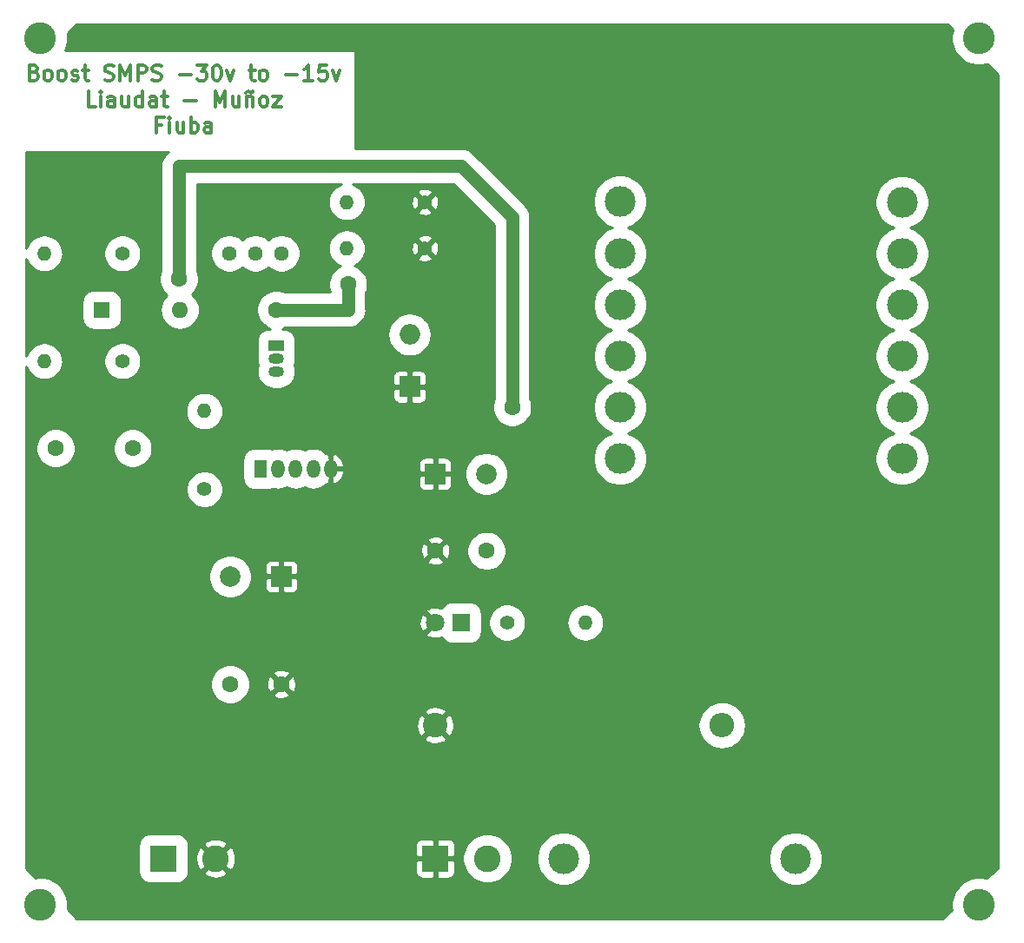
<source format=gbr>
G04 #@! TF.GenerationSoftware,KiCad,Pcbnew,5.1.3-ffb9f22~84~ubuntu16.04.1*
G04 #@! TF.CreationDate,2019-08-02T01:04:20-03:00*
G04 #@! TF.ProjectId,boost-30v-15v,626f6f73-742d-4333-9076-2d3135762e6b,rev?*
G04 #@! TF.SameCoordinates,Original*
G04 #@! TF.FileFunction,Copper,L1,Top*
G04 #@! TF.FilePolarity,Positive*
%FSLAX46Y46*%
G04 Gerber Fmt 4.6, Leading zero omitted, Abs format (unit mm)*
G04 Created by KiCad (PCBNEW 5.1.3-ffb9f22~84~ubuntu16.04.1) date 2019-08-02 01:04:20*
%MOMM*%
%LPD*%
G04 APERTURE LIST*
%ADD10C,0.300000*%
%ADD11C,1.600000*%
%ADD12C,2.000000*%
%ADD13R,2.000000X2.000000*%
%ADD14O,2.000000X2.000000*%
%ADD15R,1.600000X1.600000*%
%ADD16O,1.600000X1.600000*%
%ADD17C,3.000000*%
%ADD18R,2.600000X2.600000*%
%ADD19C,2.600000*%
%ADD20O,1.500000X1.050000*%
%ADD21R,1.500000X1.050000*%
%ADD22C,1.400000*%
%ADD23O,1.400000X1.400000*%
%ADD24C,1.440000*%
%ADD25R,1.275000X1.800000*%
%ADD26O,1.275000X1.800000*%
%ADD27R,1.800000X1.800000*%
%ADD28C,1.800000*%
%ADD29C,2.400000*%
%ADD30O,2.400000X2.400000*%
%ADD31C,3.100000*%
%ADD32C,1.250000*%
%ADD33C,0.254000*%
G04 APERTURE END LIST*
D10*
X55928571Y-82342857D02*
X56142857Y-82414285D01*
X56214285Y-82485714D01*
X56285714Y-82628571D01*
X56285714Y-82842857D01*
X56214285Y-82985714D01*
X56142857Y-83057142D01*
X55999999Y-83128571D01*
X55428571Y-83128571D01*
X55428571Y-81628571D01*
X55928571Y-81628571D01*
X56071428Y-81700000D01*
X56142857Y-81771428D01*
X56214285Y-81914285D01*
X56214285Y-82057142D01*
X56142857Y-82200000D01*
X56071428Y-82271428D01*
X55928571Y-82342857D01*
X55428571Y-82342857D01*
X57142857Y-83128571D02*
X56999999Y-83057142D01*
X56928571Y-82985714D01*
X56857142Y-82842857D01*
X56857142Y-82414285D01*
X56928571Y-82271428D01*
X56999999Y-82200000D01*
X57142857Y-82128571D01*
X57357142Y-82128571D01*
X57499999Y-82200000D01*
X57571428Y-82271428D01*
X57642857Y-82414285D01*
X57642857Y-82842857D01*
X57571428Y-82985714D01*
X57499999Y-83057142D01*
X57357142Y-83128571D01*
X57142857Y-83128571D01*
X58499999Y-83128571D02*
X58357142Y-83057142D01*
X58285714Y-82985714D01*
X58214285Y-82842857D01*
X58214285Y-82414285D01*
X58285714Y-82271428D01*
X58357142Y-82200000D01*
X58499999Y-82128571D01*
X58714285Y-82128571D01*
X58857142Y-82200000D01*
X58928571Y-82271428D01*
X58999999Y-82414285D01*
X58999999Y-82842857D01*
X58928571Y-82985714D01*
X58857142Y-83057142D01*
X58714285Y-83128571D01*
X58499999Y-83128571D01*
X59571428Y-83057142D02*
X59714285Y-83128571D01*
X59999999Y-83128571D01*
X60142857Y-83057142D01*
X60214285Y-82914285D01*
X60214285Y-82842857D01*
X60142857Y-82700000D01*
X59999999Y-82628571D01*
X59785714Y-82628571D01*
X59642857Y-82557142D01*
X59571428Y-82414285D01*
X59571428Y-82342857D01*
X59642857Y-82200000D01*
X59785714Y-82128571D01*
X59999999Y-82128571D01*
X60142857Y-82200000D01*
X60642857Y-82128571D02*
X61214285Y-82128571D01*
X60857142Y-81628571D02*
X60857142Y-82914285D01*
X60928571Y-83057142D01*
X61071428Y-83128571D01*
X61214285Y-83128571D01*
X62785714Y-83057142D02*
X62999999Y-83128571D01*
X63357142Y-83128571D01*
X63500000Y-83057142D01*
X63571428Y-82985714D01*
X63642857Y-82842857D01*
X63642857Y-82700000D01*
X63571428Y-82557142D01*
X63500000Y-82485714D01*
X63357142Y-82414285D01*
X63071428Y-82342857D01*
X62928571Y-82271428D01*
X62857142Y-82200000D01*
X62785714Y-82057142D01*
X62785714Y-81914285D01*
X62857142Y-81771428D01*
X62928571Y-81700000D01*
X63071428Y-81628571D01*
X63428571Y-81628571D01*
X63642857Y-81700000D01*
X64285714Y-83128571D02*
X64285714Y-81628571D01*
X64785714Y-82700000D01*
X65285714Y-81628571D01*
X65285714Y-83128571D01*
X65999999Y-83128571D02*
X65999999Y-81628571D01*
X66571428Y-81628571D01*
X66714285Y-81700000D01*
X66785714Y-81771428D01*
X66857142Y-81914285D01*
X66857142Y-82128571D01*
X66785714Y-82271428D01*
X66714285Y-82342857D01*
X66571428Y-82414285D01*
X65999999Y-82414285D01*
X67428571Y-83057142D02*
X67642857Y-83128571D01*
X68000000Y-83128571D01*
X68142857Y-83057142D01*
X68214285Y-82985714D01*
X68285714Y-82842857D01*
X68285714Y-82700000D01*
X68214285Y-82557142D01*
X68142857Y-82485714D01*
X68000000Y-82414285D01*
X67714285Y-82342857D01*
X67571428Y-82271428D01*
X67500000Y-82200000D01*
X67428571Y-82057142D01*
X67428571Y-81914285D01*
X67500000Y-81771428D01*
X67571428Y-81700000D01*
X67714285Y-81628571D01*
X68071428Y-81628571D01*
X68285714Y-81700000D01*
X70071428Y-82557142D02*
X71214285Y-82557142D01*
X71785714Y-81628571D02*
X72714285Y-81628571D01*
X72214285Y-82200000D01*
X72428571Y-82200000D01*
X72571428Y-82271428D01*
X72642857Y-82342857D01*
X72714285Y-82485714D01*
X72714285Y-82842857D01*
X72642857Y-82985714D01*
X72571428Y-83057142D01*
X72428571Y-83128571D01*
X72000000Y-83128571D01*
X71857142Y-83057142D01*
X71785714Y-82985714D01*
X73642857Y-81628571D02*
X73785714Y-81628571D01*
X73928571Y-81700000D01*
X74000000Y-81771428D01*
X74071428Y-81914285D01*
X74142857Y-82200000D01*
X74142857Y-82557142D01*
X74071428Y-82842857D01*
X74000000Y-82985714D01*
X73928571Y-83057142D01*
X73785714Y-83128571D01*
X73642857Y-83128571D01*
X73500000Y-83057142D01*
X73428571Y-82985714D01*
X73357142Y-82842857D01*
X73285714Y-82557142D01*
X73285714Y-82200000D01*
X73357142Y-81914285D01*
X73428571Y-81771428D01*
X73500000Y-81700000D01*
X73642857Y-81628571D01*
X74642857Y-82128571D02*
X75000000Y-83128571D01*
X75357142Y-82128571D01*
X76857142Y-82128571D02*
X77428571Y-82128571D01*
X77071428Y-81628571D02*
X77071428Y-82914285D01*
X77142857Y-83057142D01*
X77285714Y-83128571D01*
X77428571Y-83128571D01*
X78142857Y-83128571D02*
X78000000Y-83057142D01*
X77928571Y-82985714D01*
X77857142Y-82842857D01*
X77857142Y-82414285D01*
X77928571Y-82271428D01*
X78000000Y-82200000D01*
X78142857Y-82128571D01*
X78357142Y-82128571D01*
X78500000Y-82200000D01*
X78571428Y-82271428D01*
X78642857Y-82414285D01*
X78642857Y-82842857D01*
X78571428Y-82985714D01*
X78500000Y-83057142D01*
X78357142Y-83128571D01*
X78142857Y-83128571D01*
X80428571Y-82557142D02*
X81571428Y-82557142D01*
X83071428Y-83128571D02*
X82214285Y-83128571D01*
X82642857Y-83128571D02*
X82642857Y-81628571D01*
X82500000Y-81842857D01*
X82357142Y-81985714D01*
X82214285Y-82057142D01*
X84428571Y-81628571D02*
X83714285Y-81628571D01*
X83642857Y-82342857D01*
X83714285Y-82271428D01*
X83857142Y-82200000D01*
X84214285Y-82200000D01*
X84357142Y-82271428D01*
X84428571Y-82342857D01*
X84500000Y-82485714D01*
X84500000Y-82842857D01*
X84428571Y-82985714D01*
X84357142Y-83057142D01*
X84214285Y-83128571D01*
X83857142Y-83128571D01*
X83714285Y-83057142D01*
X83642857Y-82985714D01*
X85000000Y-82128571D02*
X85357142Y-83128571D01*
X85714285Y-82128571D01*
X61892857Y-85678571D02*
X61178571Y-85678571D01*
X61178571Y-84178571D01*
X62392857Y-85678571D02*
X62392857Y-84678571D01*
X62392857Y-84178571D02*
X62321428Y-84250000D01*
X62392857Y-84321428D01*
X62464285Y-84250000D01*
X62392857Y-84178571D01*
X62392857Y-84321428D01*
X63749999Y-85678571D02*
X63749999Y-84892857D01*
X63678571Y-84750000D01*
X63535714Y-84678571D01*
X63249999Y-84678571D01*
X63107142Y-84750000D01*
X63749999Y-85607142D02*
X63607142Y-85678571D01*
X63249999Y-85678571D01*
X63107142Y-85607142D01*
X63035714Y-85464285D01*
X63035714Y-85321428D01*
X63107142Y-85178571D01*
X63249999Y-85107142D01*
X63607142Y-85107142D01*
X63749999Y-85035714D01*
X65107142Y-84678571D02*
X65107142Y-85678571D01*
X64464285Y-84678571D02*
X64464285Y-85464285D01*
X64535714Y-85607142D01*
X64678571Y-85678571D01*
X64892857Y-85678571D01*
X65035714Y-85607142D01*
X65107142Y-85535714D01*
X66464285Y-85678571D02*
X66464285Y-84178571D01*
X66464285Y-85607142D02*
X66321428Y-85678571D01*
X66035714Y-85678571D01*
X65892857Y-85607142D01*
X65821428Y-85535714D01*
X65749999Y-85392857D01*
X65749999Y-84964285D01*
X65821428Y-84821428D01*
X65892857Y-84750000D01*
X66035714Y-84678571D01*
X66321428Y-84678571D01*
X66464285Y-84750000D01*
X67821428Y-85678571D02*
X67821428Y-84892857D01*
X67750000Y-84750000D01*
X67607142Y-84678571D01*
X67321428Y-84678571D01*
X67178571Y-84750000D01*
X67821428Y-85607142D02*
X67678571Y-85678571D01*
X67321428Y-85678571D01*
X67178571Y-85607142D01*
X67107142Y-85464285D01*
X67107142Y-85321428D01*
X67178571Y-85178571D01*
X67321428Y-85107142D01*
X67678571Y-85107142D01*
X67821428Y-85035714D01*
X68321428Y-84678571D02*
X68892857Y-84678571D01*
X68535714Y-84178571D02*
X68535714Y-85464285D01*
X68607142Y-85607142D01*
X68750000Y-85678571D01*
X68892857Y-85678571D01*
X70535714Y-85107142D02*
X71678571Y-85107142D01*
X73535714Y-85678571D02*
X73535714Y-84178571D01*
X74035714Y-85250000D01*
X74535714Y-84178571D01*
X74535714Y-85678571D01*
X75892857Y-84678571D02*
X75892857Y-85678571D01*
X75250000Y-84678571D02*
X75250000Y-85464285D01*
X75321428Y-85607142D01*
X75464285Y-85678571D01*
X75678571Y-85678571D01*
X75821428Y-85607142D01*
X75892857Y-85535714D01*
X76607142Y-84678571D02*
X76607142Y-85678571D01*
X76607142Y-84821428D02*
X76678571Y-84750000D01*
X76821428Y-84678571D01*
X77035714Y-84678571D01*
X77178571Y-84750000D01*
X77250000Y-84892857D01*
X77250000Y-85678571D01*
X76535714Y-84321428D02*
X76607142Y-84250000D01*
X76750000Y-84178571D01*
X77035714Y-84321428D01*
X77178571Y-84250000D01*
X77250000Y-84178571D01*
X78178571Y-85678571D02*
X78035714Y-85607142D01*
X77964285Y-85535714D01*
X77892857Y-85392857D01*
X77892857Y-84964285D01*
X77964285Y-84821428D01*
X78035714Y-84750000D01*
X78178571Y-84678571D01*
X78392857Y-84678571D01*
X78535714Y-84750000D01*
X78607142Y-84821428D01*
X78678571Y-84964285D01*
X78678571Y-85392857D01*
X78607142Y-85535714D01*
X78535714Y-85607142D01*
X78392857Y-85678571D01*
X78178571Y-85678571D01*
X79178571Y-84678571D02*
X79964285Y-84678571D01*
X79178571Y-85678571D01*
X79964285Y-85678571D01*
X68321428Y-87442857D02*
X67821428Y-87442857D01*
X67821428Y-88228571D02*
X67821428Y-86728571D01*
X68535714Y-86728571D01*
X69107142Y-88228571D02*
X69107142Y-87228571D01*
X69107142Y-86728571D02*
X69035714Y-86800000D01*
X69107142Y-86871428D01*
X69178571Y-86800000D01*
X69107142Y-86728571D01*
X69107142Y-86871428D01*
X70464285Y-87228571D02*
X70464285Y-88228571D01*
X69821428Y-87228571D02*
X69821428Y-88014285D01*
X69892857Y-88157142D01*
X70035714Y-88228571D01*
X70250000Y-88228571D01*
X70392857Y-88157142D01*
X70464285Y-88085714D01*
X71178571Y-88228571D02*
X71178571Y-86728571D01*
X71178571Y-87300000D02*
X71321428Y-87228571D01*
X71607142Y-87228571D01*
X71750000Y-87300000D01*
X71821428Y-87371428D01*
X71892857Y-87514285D01*
X71892857Y-87942857D01*
X71821428Y-88085714D01*
X71750000Y-88157142D01*
X71607142Y-88228571D01*
X71321428Y-88228571D01*
X71178571Y-88157142D01*
X73178571Y-88228571D02*
X73178571Y-87442857D01*
X73107142Y-87300000D01*
X72964285Y-87228571D01*
X72678571Y-87228571D01*
X72535714Y-87300000D01*
X73178571Y-88157142D02*
X73035714Y-88228571D01*
X72678571Y-88228571D01*
X72535714Y-88157142D01*
X72464285Y-88014285D01*
X72464285Y-87871428D01*
X72535714Y-87728571D01*
X72678571Y-87657142D01*
X73035714Y-87657142D01*
X73178571Y-87585714D01*
D11*
X65500000Y-119000000D03*
X58000000Y-119000000D03*
D12*
X75000000Y-131500000D03*
D13*
X80000000Y-131500000D03*
D11*
X80000000Y-142000000D03*
X75000000Y-142000000D03*
D13*
X95000000Y-121500000D03*
D12*
X100000000Y-121500000D03*
D11*
X95000000Y-129000000D03*
X100000000Y-129000000D03*
D13*
X92500000Y-113000000D03*
D14*
X92500000Y-107920000D03*
D15*
X62500000Y-105500000D03*
D16*
X70120000Y-105500000D03*
D17*
X107500000Y-159000000D03*
X130100000Y-159000000D03*
D18*
X68500000Y-159000000D03*
D19*
X73580000Y-159000000D03*
X100080000Y-159000000D03*
D18*
X95000000Y-159000000D03*
D17*
X113000000Y-120000000D03*
X113000000Y-94950000D03*
X140500000Y-95000000D03*
X140500000Y-120000000D03*
X113000000Y-115000000D03*
X113000000Y-110000000D03*
X113000000Y-105000000D03*
X113000000Y-100000000D03*
X140500000Y-115000000D03*
X140500000Y-110000000D03*
X140500000Y-105000000D03*
X140500000Y-100000000D03*
D20*
X79500000Y-110270000D03*
X79500000Y-111540000D03*
D21*
X79500000Y-109000000D03*
D22*
X72500000Y-123000000D03*
D23*
X72500000Y-115380000D03*
X86380000Y-95000000D03*
D22*
X94000000Y-95000000D03*
D23*
X86380000Y-99500000D03*
D22*
X94000000Y-99500000D03*
X64500000Y-100000000D03*
D23*
X56880000Y-100000000D03*
D22*
X64500000Y-110500000D03*
D23*
X56880000Y-110500000D03*
D24*
X80000000Y-100000000D03*
X77460000Y-100000000D03*
X74920000Y-100000000D03*
D25*
X78000000Y-121000000D03*
D26*
X79700000Y-121000000D03*
X81400000Y-121000000D03*
X83100000Y-121000000D03*
X84800000Y-121000000D03*
D27*
X97500000Y-136000000D03*
D28*
X94960000Y-136000000D03*
D29*
X95000000Y-146000000D03*
D30*
X122940000Y-146000000D03*
D22*
X102000000Y-136000000D03*
D23*
X109620000Y-136000000D03*
D31*
X148000000Y-79000000D03*
X56500000Y-79000000D03*
X56500000Y-163500000D03*
X148000000Y-163500000D03*
D11*
X97500000Y-113000000D03*
X97500000Y-99500000D03*
X79500000Y-105500000D03*
X86500000Y-103000000D03*
X70000000Y-102500000D03*
X102500000Y-115000000D03*
X89000000Y-159000000D03*
X79000000Y-159000000D03*
X89500000Y-121000000D03*
X85000000Y-126500000D03*
X83500000Y-138000000D03*
X99000000Y-84500000D03*
X89500000Y-88500000D03*
D32*
X97500000Y-99500000D02*
X97500000Y-113000000D01*
X70000000Y-102500000D02*
X70000000Y-91500000D01*
X70000000Y-91500000D02*
X97500000Y-91500000D01*
X97500000Y-91500000D02*
X102500000Y-96500000D01*
X102500000Y-96500000D02*
X102500000Y-115000000D01*
X79500000Y-105500000D02*
X86500000Y-105500000D01*
X86500000Y-105500000D02*
X86500000Y-103000000D01*
D33*
G36*
X145459167Y-78138773D02*
G01*
X145425875Y-78219148D01*
X145323000Y-78736338D01*
X145323000Y-79263662D01*
X145425875Y-79780852D01*
X145627673Y-80268035D01*
X145920638Y-80706488D01*
X146293512Y-81079362D01*
X146731965Y-81372327D01*
X147219148Y-81574125D01*
X147736338Y-81677000D01*
X148263662Y-81677000D01*
X148780852Y-81574125D01*
X148861227Y-81540833D01*
X149873000Y-82552606D01*
X149873000Y-159943820D01*
X148789019Y-160929258D01*
X148780852Y-160925875D01*
X148263662Y-160823000D01*
X147736338Y-160823000D01*
X147219148Y-160925875D01*
X146731965Y-161127673D01*
X146293512Y-161420638D01*
X145920638Y-161793512D01*
X145627673Y-162231965D01*
X145425875Y-162719148D01*
X145323000Y-163236338D01*
X145323000Y-163763662D01*
X145376318Y-164031712D01*
X144450902Y-164873000D01*
X60052606Y-164873000D01*
X59138222Y-163958616D01*
X59177000Y-163763662D01*
X59177000Y-163236338D01*
X59074125Y-162719148D01*
X58872327Y-162231965D01*
X58579362Y-161793512D01*
X58206488Y-161420638D01*
X57768035Y-161127673D01*
X57280852Y-160925875D01*
X56763662Y-160823000D01*
X56236338Y-160823000D01*
X56041384Y-160861778D01*
X55127000Y-159947394D01*
X55127000Y-157700000D01*
X66067547Y-157700000D01*
X66067547Y-160300000D01*
X66089307Y-160520931D01*
X66153750Y-160733371D01*
X66258400Y-160929157D01*
X66399235Y-161100765D01*
X66570843Y-161241600D01*
X66766629Y-161346250D01*
X66979069Y-161410693D01*
X67200000Y-161432453D01*
X69800000Y-161432453D01*
X70020931Y-161410693D01*
X70233371Y-161346250D01*
X70429157Y-161241600D01*
X70600765Y-161100765D01*
X70741600Y-160929157D01*
X70846250Y-160733371D01*
X70910693Y-160520931D01*
X70927604Y-160349224D01*
X72410381Y-160349224D01*
X72542317Y-160644312D01*
X72883045Y-160815159D01*
X73250557Y-160916250D01*
X73630729Y-160943701D01*
X74008951Y-160896457D01*
X74370690Y-160776333D01*
X74617683Y-160644312D01*
X74749619Y-160349224D01*
X74700395Y-160300000D01*
X93061928Y-160300000D01*
X93074188Y-160424482D01*
X93110498Y-160544180D01*
X93169463Y-160654494D01*
X93248815Y-160751185D01*
X93345506Y-160830537D01*
X93455820Y-160889502D01*
X93575518Y-160925812D01*
X93700000Y-160938072D01*
X94714250Y-160935000D01*
X94873000Y-160776250D01*
X94873000Y-159127000D01*
X95127000Y-159127000D01*
X95127000Y-160776250D01*
X95285750Y-160935000D01*
X96300000Y-160938072D01*
X96424482Y-160925812D01*
X96544180Y-160889502D01*
X96654494Y-160830537D01*
X96751185Y-160751185D01*
X96830537Y-160654494D01*
X96889502Y-160544180D01*
X96925812Y-160424482D01*
X96938072Y-160300000D01*
X96935000Y-159285750D01*
X96776250Y-159127000D01*
X95127000Y-159127000D01*
X94873000Y-159127000D01*
X93223750Y-159127000D01*
X93065000Y-159285750D01*
X93061928Y-160300000D01*
X74700395Y-160300000D01*
X73580000Y-159179605D01*
X72410381Y-160349224D01*
X70927604Y-160349224D01*
X70932453Y-160300000D01*
X70932453Y-159050729D01*
X71636299Y-159050729D01*
X71683543Y-159428951D01*
X71803667Y-159790690D01*
X71935688Y-160037683D01*
X72230776Y-160169619D01*
X73400395Y-159000000D01*
X73759605Y-159000000D01*
X74929224Y-160169619D01*
X75224312Y-160037683D01*
X75395159Y-159696955D01*
X75496250Y-159329443D01*
X75523701Y-158949271D01*
X75476457Y-158571049D01*
X75356333Y-158209310D01*
X75224312Y-157962317D01*
X74929224Y-157830381D01*
X73759605Y-159000000D01*
X73400395Y-159000000D01*
X72230776Y-157830381D01*
X71935688Y-157962317D01*
X71764841Y-158303045D01*
X71663750Y-158670557D01*
X71636299Y-159050729D01*
X70932453Y-159050729D01*
X70932453Y-157700000D01*
X70927605Y-157650776D01*
X72410381Y-157650776D01*
X73580000Y-158820395D01*
X74700395Y-157700000D01*
X93061928Y-157700000D01*
X93065000Y-158714250D01*
X93223750Y-158873000D01*
X94873000Y-158873000D01*
X94873000Y-157223750D01*
X95127000Y-157223750D01*
X95127000Y-158873000D01*
X96776250Y-158873000D01*
X96888289Y-158760961D01*
X97653000Y-158760961D01*
X97653000Y-159239039D01*
X97746268Y-159707930D01*
X97929221Y-160149615D01*
X98194826Y-160547122D01*
X98532878Y-160885174D01*
X98930385Y-161150779D01*
X99372070Y-161333732D01*
X99840961Y-161427000D01*
X100319039Y-161427000D01*
X100787930Y-161333732D01*
X101229615Y-161150779D01*
X101627122Y-160885174D01*
X101965174Y-160547122D01*
X102230779Y-160149615D01*
X102413732Y-159707930D01*
X102507000Y-159239039D01*
X102507000Y-158760961D01*
X102503082Y-158741263D01*
X104873000Y-158741263D01*
X104873000Y-159258737D01*
X104973954Y-159766268D01*
X105171983Y-160244351D01*
X105459476Y-160674615D01*
X105825385Y-161040524D01*
X106255649Y-161328017D01*
X106733732Y-161526046D01*
X107241263Y-161627000D01*
X107758737Y-161627000D01*
X108266268Y-161526046D01*
X108744351Y-161328017D01*
X109174615Y-161040524D01*
X109540524Y-160674615D01*
X109828017Y-160244351D01*
X110026046Y-159766268D01*
X110127000Y-159258737D01*
X110127000Y-158741263D01*
X127473000Y-158741263D01*
X127473000Y-159258737D01*
X127573954Y-159766268D01*
X127771983Y-160244351D01*
X128059476Y-160674615D01*
X128425385Y-161040524D01*
X128855649Y-161328017D01*
X129333732Y-161526046D01*
X129841263Y-161627000D01*
X130358737Y-161627000D01*
X130866268Y-161526046D01*
X131344351Y-161328017D01*
X131774615Y-161040524D01*
X132140524Y-160674615D01*
X132428017Y-160244351D01*
X132626046Y-159766268D01*
X132727000Y-159258737D01*
X132727000Y-158741263D01*
X132626046Y-158233732D01*
X132428017Y-157755649D01*
X132140524Y-157325385D01*
X131774615Y-156959476D01*
X131344351Y-156671983D01*
X130866268Y-156473954D01*
X130358737Y-156373000D01*
X129841263Y-156373000D01*
X129333732Y-156473954D01*
X128855649Y-156671983D01*
X128425385Y-156959476D01*
X128059476Y-157325385D01*
X127771983Y-157755649D01*
X127573954Y-158233732D01*
X127473000Y-158741263D01*
X110127000Y-158741263D01*
X110026046Y-158233732D01*
X109828017Y-157755649D01*
X109540524Y-157325385D01*
X109174615Y-156959476D01*
X108744351Y-156671983D01*
X108266268Y-156473954D01*
X107758737Y-156373000D01*
X107241263Y-156373000D01*
X106733732Y-156473954D01*
X106255649Y-156671983D01*
X105825385Y-156959476D01*
X105459476Y-157325385D01*
X105171983Y-157755649D01*
X104973954Y-158233732D01*
X104873000Y-158741263D01*
X102503082Y-158741263D01*
X102413732Y-158292070D01*
X102230779Y-157850385D01*
X101965174Y-157452878D01*
X101627122Y-157114826D01*
X101229615Y-156849221D01*
X100787930Y-156666268D01*
X100319039Y-156573000D01*
X99840961Y-156573000D01*
X99372070Y-156666268D01*
X98930385Y-156849221D01*
X98532878Y-157114826D01*
X98194826Y-157452878D01*
X97929221Y-157850385D01*
X97746268Y-158292070D01*
X97653000Y-158760961D01*
X96888289Y-158760961D01*
X96935000Y-158714250D01*
X96938072Y-157700000D01*
X96925812Y-157575518D01*
X96889502Y-157455820D01*
X96830537Y-157345506D01*
X96751185Y-157248815D01*
X96654494Y-157169463D01*
X96544180Y-157110498D01*
X96424482Y-157074188D01*
X96300000Y-157061928D01*
X95285750Y-157065000D01*
X95127000Y-157223750D01*
X94873000Y-157223750D01*
X94714250Y-157065000D01*
X93700000Y-157061928D01*
X93575518Y-157074188D01*
X93455820Y-157110498D01*
X93345506Y-157169463D01*
X93248815Y-157248815D01*
X93169463Y-157345506D01*
X93110498Y-157455820D01*
X93074188Y-157575518D01*
X93061928Y-157700000D01*
X74700395Y-157700000D01*
X74749619Y-157650776D01*
X74617683Y-157355688D01*
X74276955Y-157184841D01*
X73909443Y-157083750D01*
X73529271Y-157056299D01*
X73151049Y-157103543D01*
X72789310Y-157223667D01*
X72542317Y-157355688D01*
X72410381Y-157650776D01*
X70927605Y-157650776D01*
X70910693Y-157479069D01*
X70846250Y-157266629D01*
X70741600Y-157070843D01*
X70600765Y-156899235D01*
X70429157Y-156758400D01*
X70233371Y-156653750D01*
X70020931Y-156589307D01*
X69800000Y-156567547D01*
X67200000Y-156567547D01*
X66979069Y-156589307D01*
X66766629Y-156653750D01*
X66570843Y-156758400D01*
X66399235Y-156899235D01*
X66258400Y-157070843D01*
X66153750Y-157266629D01*
X66089307Y-157479069D01*
X66067547Y-157700000D01*
X55127000Y-157700000D01*
X55127000Y-147277980D01*
X93901626Y-147277980D01*
X94021514Y-147562836D01*
X94345210Y-147723699D01*
X94694069Y-147818322D01*
X95054684Y-147843067D01*
X95413198Y-147796985D01*
X95755833Y-147681846D01*
X95978486Y-147562836D01*
X96098374Y-147277980D01*
X95000000Y-146179605D01*
X93901626Y-147277980D01*
X55127000Y-147277980D01*
X55127000Y-146054684D01*
X93156933Y-146054684D01*
X93203015Y-146413198D01*
X93318154Y-146755833D01*
X93437164Y-146978486D01*
X93722020Y-147098374D01*
X94820395Y-146000000D01*
X95179605Y-146000000D01*
X96277980Y-147098374D01*
X96562836Y-146978486D01*
X96723699Y-146654790D01*
X96818322Y-146305931D01*
X96839314Y-146000000D01*
X120601741Y-146000000D01*
X120646670Y-146456172D01*
X120779730Y-146894813D01*
X120995809Y-147299067D01*
X121286601Y-147653399D01*
X121640933Y-147944191D01*
X122045187Y-148160270D01*
X122483828Y-148293330D01*
X122825685Y-148327000D01*
X123054315Y-148327000D01*
X123396172Y-148293330D01*
X123834813Y-148160270D01*
X124239067Y-147944191D01*
X124593399Y-147653399D01*
X124884191Y-147299067D01*
X125100270Y-146894813D01*
X125233330Y-146456172D01*
X125278259Y-146000000D01*
X125233330Y-145543828D01*
X125100270Y-145105187D01*
X124884191Y-144700933D01*
X124593399Y-144346601D01*
X124239067Y-144055809D01*
X123834813Y-143839730D01*
X123396172Y-143706670D01*
X123054315Y-143673000D01*
X122825685Y-143673000D01*
X122483828Y-143706670D01*
X122045187Y-143839730D01*
X121640933Y-144055809D01*
X121286601Y-144346601D01*
X120995809Y-144700933D01*
X120779730Y-145105187D01*
X120646670Y-145543828D01*
X120601741Y-146000000D01*
X96839314Y-146000000D01*
X96843067Y-145945316D01*
X96796985Y-145586802D01*
X96681846Y-145244167D01*
X96562836Y-145021514D01*
X96277980Y-144901626D01*
X95179605Y-146000000D01*
X94820395Y-146000000D01*
X93722020Y-144901626D01*
X93437164Y-145021514D01*
X93276301Y-145345210D01*
X93181678Y-145694069D01*
X93156933Y-146054684D01*
X55127000Y-146054684D01*
X55127000Y-144722020D01*
X93901626Y-144722020D01*
X95000000Y-145820395D01*
X96098374Y-144722020D01*
X95978486Y-144437164D01*
X95654790Y-144276301D01*
X95305931Y-144181678D01*
X94945316Y-144156933D01*
X94586802Y-144203015D01*
X94244167Y-144318154D01*
X94021514Y-144437164D01*
X93901626Y-144722020D01*
X55127000Y-144722020D01*
X55127000Y-141810207D01*
X73073000Y-141810207D01*
X73073000Y-142189793D01*
X73147053Y-142562085D01*
X73292315Y-142912777D01*
X73503201Y-143228391D01*
X73771609Y-143496799D01*
X74087223Y-143707685D01*
X74437915Y-143852947D01*
X74810207Y-143927000D01*
X75189793Y-143927000D01*
X75562085Y-143852947D01*
X75912777Y-143707685D01*
X76228391Y-143496799D01*
X76496799Y-143228391D01*
X76654280Y-142992702D01*
X79186903Y-142992702D01*
X79258486Y-143236671D01*
X79513996Y-143357571D01*
X79788184Y-143426300D01*
X80070512Y-143440217D01*
X80350130Y-143398787D01*
X80616292Y-143303603D01*
X80741514Y-143236671D01*
X80813097Y-142992702D01*
X80000000Y-142179605D01*
X79186903Y-142992702D01*
X76654280Y-142992702D01*
X76707685Y-142912777D01*
X76852947Y-142562085D01*
X76927000Y-142189793D01*
X76927000Y-142070512D01*
X78559783Y-142070512D01*
X78601213Y-142350130D01*
X78696397Y-142616292D01*
X78763329Y-142741514D01*
X79007298Y-142813097D01*
X79820395Y-142000000D01*
X80179605Y-142000000D01*
X80992702Y-142813097D01*
X81236671Y-142741514D01*
X81357571Y-142486004D01*
X81426300Y-142211816D01*
X81440217Y-141929488D01*
X81398787Y-141649870D01*
X81303603Y-141383708D01*
X81236671Y-141258486D01*
X80992702Y-141186903D01*
X80179605Y-142000000D01*
X79820395Y-142000000D01*
X79007298Y-141186903D01*
X78763329Y-141258486D01*
X78642429Y-141513996D01*
X78573700Y-141788184D01*
X78559783Y-142070512D01*
X76927000Y-142070512D01*
X76927000Y-141810207D01*
X76852947Y-141437915D01*
X76707685Y-141087223D01*
X76654281Y-141007298D01*
X79186903Y-141007298D01*
X80000000Y-141820395D01*
X80813097Y-141007298D01*
X80741514Y-140763329D01*
X80486004Y-140642429D01*
X80211816Y-140573700D01*
X79929488Y-140559783D01*
X79649870Y-140601213D01*
X79383708Y-140696397D01*
X79258486Y-140763329D01*
X79186903Y-141007298D01*
X76654281Y-141007298D01*
X76496799Y-140771609D01*
X76228391Y-140503201D01*
X75912777Y-140292315D01*
X75562085Y-140147053D01*
X75189793Y-140073000D01*
X74810207Y-140073000D01*
X74437915Y-140147053D01*
X74087223Y-140292315D01*
X73771609Y-140503201D01*
X73503201Y-140771609D01*
X73292315Y-141087223D01*
X73147053Y-141437915D01*
X73073000Y-141810207D01*
X55127000Y-141810207D01*
X55127000Y-136066553D01*
X93419009Y-136066553D01*
X93461603Y-136365907D01*
X93561778Y-136651199D01*
X93641739Y-136800792D01*
X93895920Y-136884475D01*
X94780395Y-136000000D01*
X93895920Y-135115525D01*
X93641739Y-135199208D01*
X93510842Y-135471775D01*
X93435635Y-135764642D01*
X93419009Y-136066553D01*
X55127000Y-136066553D01*
X55127000Y-134935920D01*
X94075525Y-134935920D01*
X94960000Y-135820395D01*
X94974143Y-135806253D01*
X95153748Y-135985858D01*
X95139605Y-136000000D01*
X95153748Y-136014143D01*
X94974143Y-136193748D01*
X94960000Y-136179605D01*
X94075525Y-137064080D01*
X94159208Y-137318261D01*
X94431775Y-137449158D01*
X94724642Y-137524365D01*
X95026553Y-137540991D01*
X95325907Y-137498397D01*
X95592014Y-137404958D01*
X95658400Y-137529157D01*
X95799235Y-137700765D01*
X95970843Y-137841600D01*
X96166629Y-137946250D01*
X96379069Y-138010693D01*
X96600000Y-138032453D01*
X98400000Y-138032453D01*
X98620931Y-138010693D01*
X98833371Y-137946250D01*
X99029157Y-137841600D01*
X99200765Y-137700765D01*
X99341600Y-137529157D01*
X99446250Y-137333371D01*
X99510693Y-137120931D01*
X99532453Y-136900000D01*
X99532453Y-135820056D01*
X100173000Y-135820056D01*
X100173000Y-136179944D01*
X100243211Y-136532916D01*
X100380934Y-136865409D01*
X100580876Y-137164645D01*
X100835355Y-137419124D01*
X101134591Y-137619066D01*
X101467084Y-137756789D01*
X101820056Y-137827000D01*
X102179944Y-137827000D01*
X102532916Y-137756789D01*
X102865409Y-137619066D01*
X103164645Y-137419124D01*
X103419124Y-137164645D01*
X103619066Y-136865409D01*
X103756789Y-136532916D01*
X103827000Y-136179944D01*
X103827000Y-136000000D01*
X107784160Y-136000000D01*
X107819435Y-136358155D01*
X107923905Y-136702546D01*
X108093555Y-137019938D01*
X108321865Y-137298135D01*
X108600062Y-137526445D01*
X108917454Y-137696095D01*
X109261845Y-137800565D01*
X109530245Y-137827000D01*
X109709755Y-137827000D01*
X109978155Y-137800565D01*
X110322546Y-137696095D01*
X110639938Y-137526445D01*
X110918135Y-137298135D01*
X111146445Y-137019938D01*
X111316095Y-136702546D01*
X111420565Y-136358155D01*
X111455840Y-136000000D01*
X111420565Y-135641845D01*
X111316095Y-135297454D01*
X111146445Y-134980062D01*
X110918135Y-134701865D01*
X110639938Y-134473555D01*
X110322546Y-134303905D01*
X109978155Y-134199435D01*
X109709755Y-134173000D01*
X109530245Y-134173000D01*
X109261845Y-134199435D01*
X108917454Y-134303905D01*
X108600062Y-134473555D01*
X108321865Y-134701865D01*
X108093555Y-134980062D01*
X107923905Y-135297454D01*
X107819435Y-135641845D01*
X107784160Y-136000000D01*
X103827000Y-136000000D01*
X103827000Y-135820056D01*
X103756789Y-135467084D01*
X103619066Y-135134591D01*
X103419124Y-134835355D01*
X103164645Y-134580876D01*
X102865409Y-134380934D01*
X102532916Y-134243211D01*
X102179944Y-134173000D01*
X101820056Y-134173000D01*
X101467084Y-134243211D01*
X101134591Y-134380934D01*
X100835355Y-134580876D01*
X100580876Y-134835355D01*
X100380934Y-135134591D01*
X100243211Y-135467084D01*
X100173000Y-135820056D01*
X99532453Y-135820056D01*
X99532453Y-135100000D01*
X99510693Y-134879069D01*
X99446250Y-134666629D01*
X99341600Y-134470843D01*
X99200765Y-134299235D01*
X99029157Y-134158400D01*
X98833371Y-134053750D01*
X98620931Y-133989307D01*
X98400000Y-133967547D01*
X96600000Y-133967547D01*
X96379069Y-133989307D01*
X96166629Y-134053750D01*
X95970843Y-134158400D01*
X95799235Y-134299235D01*
X95658400Y-134470843D01*
X95589614Y-134599533D01*
X95488225Y-134550842D01*
X95195358Y-134475635D01*
X94893447Y-134459009D01*
X94594093Y-134501603D01*
X94308801Y-134601778D01*
X94159208Y-134681739D01*
X94075525Y-134935920D01*
X55127000Y-134935920D01*
X55127000Y-131290509D01*
X72873000Y-131290509D01*
X72873000Y-131709491D01*
X72954739Y-132120423D01*
X73115077Y-132507512D01*
X73347851Y-132855884D01*
X73644116Y-133152149D01*
X73992488Y-133384923D01*
X74379577Y-133545261D01*
X74790509Y-133627000D01*
X75209491Y-133627000D01*
X75620423Y-133545261D01*
X76007512Y-133384923D01*
X76355884Y-133152149D01*
X76652149Y-132855884D01*
X76884923Y-132507512D01*
X76888034Y-132500000D01*
X78361928Y-132500000D01*
X78374188Y-132624482D01*
X78410498Y-132744180D01*
X78469463Y-132854494D01*
X78548815Y-132951185D01*
X78645506Y-133030537D01*
X78755820Y-133089502D01*
X78875518Y-133125812D01*
X79000000Y-133138072D01*
X79714250Y-133135000D01*
X79873000Y-132976250D01*
X79873000Y-131627000D01*
X80127000Y-131627000D01*
X80127000Y-132976250D01*
X80285750Y-133135000D01*
X81000000Y-133138072D01*
X81124482Y-133125812D01*
X81244180Y-133089502D01*
X81354494Y-133030537D01*
X81451185Y-132951185D01*
X81530537Y-132854494D01*
X81589502Y-132744180D01*
X81625812Y-132624482D01*
X81638072Y-132500000D01*
X81635000Y-131785750D01*
X81476250Y-131627000D01*
X80127000Y-131627000D01*
X79873000Y-131627000D01*
X78523750Y-131627000D01*
X78365000Y-131785750D01*
X78361928Y-132500000D01*
X76888034Y-132500000D01*
X77045261Y-132120423D01*
X77127000Y-131709491D01*
X77127000Y-131290509D01*
X77045261Y-130879577D01*
X76888035Y-130500000D01*
X78361928Y-130500000D01*
X78365000Y-131214250D01*
X78523750Y-131373000D01*
X79873000Y-131373000D01*
X79873000Y-130023750D01*
X80127000Y-130023750D01*
X80127000Y-131373000D01*
X81476250Y-131373000D01*
X81635000Y-131214250D01*
X81638072Y-130500000D01*
X81625812Y-130375518D01*
X81589502Y-130255820D01*
X81530537Y-130145506D01*
X81451185Y-130048815D01*
X81382811Y-129992702D01*
X94186903Y-129992702D01*
X94258486Y-130236671D01*
X94513996Y-130357571D01*
X94788184Y-130426300D01*
X95070512Y-130440217D01*
X95350130Y-130398787D01*
X95616292Y-130303603D01*
X95741514Y-130236671D01*
X95813097Y-129992702D01*
X95000000Y-129179605D01*
X94186903Y-129992702D01*
X81382811Y-129992702D01*
X81354494Y-129969463D01*
X81244180Y-129910498D01*
X81124482Y-129874188D01*
X81000000Y-129861928D01*
X80285750Y-129865000D01*
X80127000Y-130023750D01*
X79873000Y-130023750D01*
X79714250Y-129865000D01*
X79000000Y-129861928D01*
X78875518Y-129874188D01*
X78755820Y-129910498D01*
X78645506Y-129969463D01*
X78548815Y-130048815D01*
X78469463Y-130145506D01*
X78410498Y-130255820D01*
X78374188Y-130375518D01*
X78361928Y-130500000D01*
X76888035Y-130500000D01*
X76884923Y-130492488D01*
X76652149Y-130144116D01*
X76355884Y-129847851D01*
X76007512Y-129615077D01*
X75620423Y-129454739D01*
X75209491Y-129373000D01*
X74790509Y-129373000D01*
X74379577Y-129454739D01*
X73992488Y-129615077D01*
X73644116Y-129847851D01*
X73347851Y-130144116D01*
X73115077Y-130492488D01*
X72954739Y-130879577D01*
X72873000Y-131290509D01*
X55127000Y-131290509D01*
X55127000Y-129070512D01*
X93559783Y-129070512D01*
X93601213Y-129350130D01*
X93696397Y-129616292D01*
X93763329Y-129741514D01*
X94007298Y-129813097D01*
X94820395Y-129000000D01*
X95179605Y-129000000D01*
X95992702Y-129813097D01*
X96236671Y-129741514D01*
X96357571Y-129486004D01*
X96426300Y-129211816D01*
X96440217Y-128929488D01*
X96422544Y-128810207D01*
X98073000Y-128810207D01*
X98073000Y-129189793D01*
X98147053Y-129562085D01*
X98292315Y-129912777D01*
X98503201Y-130228391D01*
X98771609Y-130496799D01*
X99087223Y-130707685D01*
X99437915Y-130852947D01*
X99810207Y-130927000D01*
X100189793Y-130927000D01*
X100562085Y-130852947D01*
X100912777Y-130707685D01*
X101228391Y-130496799D01*
X101496799Y-130228391D01*
X101707685Y-129912777D01*
X101852947Y-129562085D01*
X101927000Y-129189793D01*
X101927000Y-128810207D01*
X101852947Y-128437915D01*
X101707685Y-128087223D01*
X101496799Y-127771609D01*
X101228391Y-127503201D01*
X100912777Y-127292315D01*
X100562085Y-127147053D01*
X100189793Y-127073000D01*
X99810207Y-127073000D01*
X99437915Y-127147053D01*
X99087223Y-127292315D01*
X98771609Y-127503201D01*
X98503201Y-127771609D01*
X98292315Y-128087223D01*
X98147053Y-128437915D01*
X98073000Y-128810207D01*
X96422544Y-128810207D01*
X96398787Y-128649870D01*
X96303603Y-128383708D01*
X96236671Y-128258486D01*
X95992702Y-128186903D01*
X95179605Y-129000000D01*
X94820395Y-129000000D01*
X94007298Y-128186903D01*
X93763329Y-128258486D01*
X93642429Y-128513996D01*
X93573700Y-128788184D01*
X93559783Y-129070512D01*
X55127000Y-129070512D01*
X55127000Y-128007298D01*
X94186903Y-128007298D01*
X95000000Y-128820395D01*
X95813097Y-128007298D01*
X95741514Y-127763329D01*
X95486004Y-127642429D01*
X95211816Y-127573700D01*
X94929488Y-127559783D01*
X94649870Y-127601213D01*
X94383708Y-127696397D01*
X94258486Y-127763329D01*
X94186903Y-128007298D01*
X55127000Y-128007298D01*
X55127000Y-122820056D01*
X70673000Y-122820056D01*
X70673000Y-123179944D01*
X70743211Y-123532916D01*
X70880934Y-123865409D01*
X71080876Y-124164645D01*
X71335355Y-124419124D01*
X71634591Y-124619066D01*
X71967084Y-124756789D01*
X72320056Y-124827000D01*
X72679944Y-124827000D01*
X73032916Y-124756789D01*
X73365409Y-124619066D01*
X73664645Y-124419124D01*
X73919124Y-124164645D01*
X74119066Y-123865409D01*
X74256789Y-123532916D01*
X74327000Y-123179944D01*
X74327000Y-122820056D01*
X74256789Y-122467084D01*
X74119066Y-122134591D01*
X73919124Y-121835355D01*
X73664645Y-121580876D01*
X73365409Y-121380934D01*
X73032916Y-121243211D01*
X72679944Y-121173000D01*
X72320056Y-121173000D01*
X71967084Y-121243211D01*
X71634591Y-121380934D01*
X71335355Y-121580876D01*
X71080876Y-121835355D01*
X70880934Y-122134591D01*
X70743211Y-122467084D01*
X70673000Y-122820056D01*
X55127000Y-122820056D01*
X55127000Y-118810207D01*
X56073000Y-118810207D01*
X56073000Y-119189793D01*
X56147053Y-119562085D01*
X56292315Y-119912777D01*
X56503201Y-120228391D01*
X56771609Y-120496799D01*
X57087223Y-120707685D01*
X57437915Y-120852947D01*
X57810207Y-120927000D01*
X58189793Y-120927000D01*
X58562085Y-120852947D01*
X58912777Y-120707685D01*
X59228391Y-120496799D01*
X59496799Y-120228391D01*
X59707685Y-119912777D01*
X59852947Y-119562085D01*
X59927000Y-119189793D01*
X59927000Y-118810207D01*
X63573000Y-118810207D01*
X63573000Y-119189793D01*
X63647053Y-119562085D01*
X63792315Y-119912777D01*
X64003201Y-120228391D01*
X64271609Y-120496799D01*
X64587223Y-120707685D01*
X64937915Y-120852947D01*
X65310207Y-120927000D01*
X65689793Y-120927000D01*
X66062085Y-120852947D01*
X66412777Y-120707685D01*
X66728391Y-120496799D01*
X66996799Y-120228391D01*
X67082586Y-120100000D01*
X76230047Y-120100000D01*
X76230047Y-121900000D01*
X76251807Y-122120931D01*
X76316250Y-122333371D01*
X76420900Y-122529157D01*
X76561735Y-122700765D01*
X76733343Y-122841600D01*
X76929129Y-122946250D01*
X77141569Y-123010693D01*
X77362500Y-123032453D01*
X78637500Y-123032453D01*
X78858431Y-123010693D01*
X79070871Y-122946250D01*
X79107509Y-122926667D01*
X79354099Y-123001469D01*
X79700000Y-123035537D01*
X80045902Y-123001469D01*
X80378512Y-122900573D01*
X80550000Y-122808910D01*
X80721489Y-122900573D01*
X81054099Y-123001469D01*
X81400000Y-123035537D01*
X81745902Y-123001469D01*
X82078512Y-122900573D01*
X82250000Y-122808910D01*
X82421489Y-122900573D01*
X82754099Y-123001469D01*
X83100000Y-123035537D01*
X83445902Y-123001469D01*
X83778512Y-122900573D01*
X84085047Y-122736726D01*
X84353726Y-122516226D01*
X84367042Y-122500000D01*
X93361928Y-122500000D01*
X93374188Y-122624482D01*
X93410498Y-122744180D01*
X93469463Y-122854494D01*
X93548815Y-122951185D01*
X93645506Y-123030537D01*
X93755820Y-123089502D01*
X93875518Y-123125812D01*
X94000000Y-123138072D01*
X94714250Y-123135000D01*
X94873000Y-122976250D01*
X94873000Y-121627000D01*
X95127000Y-121627000D01*
X95127000Y-122976250D01*
X95285750Y-123135000D01*
X96000000Y-123138072D01*
X96124482Y-123125812D01*
X96244180Y-123089502D01*
X96354494Y-123030537D01*
X96451185Y-122951185D01*
X96530537Y-122854494D01*
X96589502Y-122744180D01*
X96625812Y-122624482D01*
X96638072Y-122500000D01*
X96635000Y-121785750D01*
X96476250Y-121627000D01*
X95127000Y-121627000D01*
X94873000Y-121627000D01*
X93523750Y-121627000D01*
X93365000Y-121785750D01*
X93361928Y-122500000D01*
X84367042Y-122500000D01*
X84391194Y-122470571D01*
X84430367Y-122486737D01*
X84476495Y-122493191D01*
X84673000Y-122368985D01*
X84673000Y-122062755D01*
X84738073Y-121941012D01*
X84838969Y-121608401D01*
X84864500Y-121349178D01*
X84864500Y-121127000D01*
X84927000Y-121127000D01*
X84927000Y-122368985D01*
X85123505Y-122493191D01*
X85169633Y-122486737D01*
X85401367Y-122391102D01*
X85609991Y-122252095D01*
X85787488Y-122075059D01*
X85927036Y-121866797D01*
X86023273Y-121635312D01*
X86072500Y-121389500D01*
X86072500Y-121127000D01*
X84927000Y-121127000D01*
X84864500Y-121127000D01*
X84864500Y-120650821D01*
X84838969Y-120391598D01*
X84738073Y-120058988D01*
X84673000Y-119937245D01*
X84673000Y-119631015D01*
X84927000Y-119631015D01*
X84927000Y-120873000D01*
X86072500Y-120873000D01*
X86072500Y-120610500D01*
X86050371Y-120500000D01*
X93361928Y-120500000D01*
X93365000Y-121214250D01*
X93523750Y-121373000D01*
X94873000Y-121373000D01*
X94873000Y-120023750D01*
X95127000Y-120023750D01*
X95127000Y-121373000D01*
X96476250Y-121373000D01*
X96558741Y-121290509D01*
X97873000Y-121290509D01*
X97873000Y-121709491D01*
X97954739Y-122120423D01*
X98115077Y-122507512D01*
X98347851Y-122855884D01*
X98644116Y-123152149D01*
X98992488Y-123384923D01*
X99379577Y-123545261D01*
X99790509Y-123627000D01*
X100209491Y-123627000D01*
X100620423Y-123545261D01*
X101007512Y-123384923D01*
X101355884Y-123152149D01*
X101652149Y-122855884D01*
X101884923Y-122507512D01*
X102045261Y-122120423D01*
X102127000Y-121709491D01*
X102127000Y-121290509D01*
X102045261Y-120879577D01*
X101884923Y-120492488D01*
X101652149Y-120144116D01*
X101355884Y-119847851D01*
X101007512Y-119615077D01*
X100620423Y-119454739D01*
X100209491Y-119373000D01*
X99790509Y-119373000D01*
X99379577Y-119454739D01*
X98992488Y-119615077D01*
X98644116Y-119847851D01*
X98347851Y-120144116D01*
X98115077Y-120492488D01*
X97954739Y-120879577D01*
X97873000Y-121290509D01*
X96558741Y-121290509D01*
X96635000Y-121214250D01*
X96638072Y-120500000D01*
X96625812Y-120375518D01*
X96589502Y-120255820D01*
X96530537Y-120145506D01*
X96451185Y-120048815D01*
X96354494Y-119969463D01*
X96244180Y-119910498D01*
X96124482Y-119874188D01*
X96000000Y-119861928D01*
X95285750Y-119865000D01*
X95127000Y-120023750D01*
X94873000Y-120023750D01*
X94714250Y-119865000D01*
X94000000Y-119861928D01*
X93875518Y-119874188D01*
X93755820Y-119910498D01*
X93645506Y-119969463D01*
X93548815Y-120048815D01*
X93469463Y-120145506D01*
X93410498Y-120255820D01*
X93374188Y-120375518D01*
X93361928Y-120500000D01*
X86050371Y-120500000D01*
X86023273Y-120364688D01*
X85927036Y-120133203D01*
X85787488Y-119924941D01*
X85609991Y-119747905D01*
X85401367Y-119608898D01*
X85169633Y-119513263D01*
X85123505Y-119506809D01*
X84927000Y-119631015D01*
X84673000Y-119631015D01*
X84476495Y-119506809D01*
X84430367Y-119513263D01*
X84391194Y-119529429D01*
X84353726Y-119483774D01*
X84085046Y-119263274D01*
X83778511Y-119099427D01*
X83445901Y-118998531D01*
X83100000Y-118964463D01*
X82754098Y-118998531D01*
X82421488Y-119099427D01*
X82250000Y-119191090D01*
X82078511Y-119099427D01*
X81745901Y-118998531D01*
X81400000Y-118964463D01*
X81054098Y-118998531D01*
X80721488Y-119099427D01*
X80550000Y-119191090D01*
X80378511Y-119099427D01*
X80045901Y-118998531D01*
X79700000Y-118964463D01*
X79354098Y-118998531D01*
X79107508Y-119073333D01*
X79070871Y-119053750D01*
X78858431Y-118989307D01*
X78637500Y-118967547D01*
X77362500Y-118967547D01*
X77141569Y-118989307D01*
X76929129Y-119053750D01*
X76733343Y-119158400D01*
X76561735Y-119299235D01*
X76420900Y-119470843D01*
X76316250Y-119666629D01*
X76251807Y-119879069D01*
X76230047Y-120100000D01*
X67082586Y-120100000D01*
X67207685Y-119912777D01*
X67352947Y-119562085D01*
X67427000Y-119189793D01*
X67427000Y-118810207D01*
X67352947Y-118437915D01*
X67207685Y-118087223D01*
X66996799Y-117771609D01*
X66728391Y-117503201D01*
X66412777Y-117292315D01*
X66062085Y-117147053D01*
X65689793Y-117073000D01*
X65310207Y-117073000D01*
X64937915Y-117147053D01*
X64587223Y-117292315D01*
X64271609Y-117503201D01*
X64003201Y-117771609D01*
X63792315Y-118087223D01*
X63647053Y-118437915D01*
X63573000Y-118810207D01*
X59927000Y-118810207D01*
X59852947Y-118437915D01*
X59707685Y-118087223D01*
X59496799Y-117771609D01*
X59228391Y-117503201D01*
X58912777Y-117292315D01*
X58562085Y-117147053D01*
X58189793Y-117073000D01*
X57810207Y-117073000D01*
X57437915Y-117147053D01*
X57087223Y-117292315D01*
X56771609Y-117503201D01*
X56503201Y-117771609D01*
X56292315Y-118087223D01*
X56147053Y-118437915D01*
X56073000Y-118810207D01*
X55127000Y-118810207D01*
X55127000Y-115380000D01*
X70664160Y-115380000D01*
X70699435Y-115738155D01*
X70803905Y-116082546D01*
X70973555Y-116399938D01*
X71201865Y-116678135D01*
X71480062Y-116906445D01*
X71797454Y-117076095D01*
X72141845Y-117180565D01*
X72410245Y-117207000D01*
X72589755Y-117207000D01*
X72858155Y-117180565D01*
X73202546Y-117076095D01*
X73519938Y-116906445D01*
X73798135Y-116678135D01*
X74026445Y-116399938D01*
X74196095Y-116082546D01*
X74300565Y-115738155D01*
X74335840Y-115380000D01*
X74300565Y-115021845D01*
X74196095Y-114677454D01*
X74026445Y-114360062D01*
X73798135Y-114081865D01*
X73698383Y-114000000D01*
X90861928Y-114000000D01*
X90874188Y-114124482D01*
X90910498Y-114244180D01*
X90969463Y-114354494D01*
X91048815Y-114451185D01*
X91145506Y-114530537D01*
X91255820Y-114589502D01*
X91375518Y-114625812D01*
X91500000Y-114638072D01*
X92214250Y-114635000D01*
X92373000Y-114476250D01*
X92373000Y-113127000D01*
X92627000Y-113127000D01*
X92627000Y-114476250D01*
X92785750Y-114635000D01*
X93500000Y-114638072D01*
X93624482Y-114625812D01*
X93744180Y-114589502D01*
X93854494Y-114530537D01*
X93951185Y-114451185D01*
X94030537Y-114354494D01*
X94089502Y-114244180D01*
X94125812Y-114124482D01*
X94138072Y-114000000D01*
X94135000Y-113285750D01*
X93976250Y-113127000D01*
X92627000Y-113127000D01*
X92373000Y-113127000D01*
X91023750Y-113127000D01*
X90865000Y-113285750D01*
X90861928Y-114000000D01*
X73698383Y-114000000D01*
X73519938Y-113853555D01*
X73202546Y-113683905D01*
X72858155Y-113579435D01*
X72589755Y-113553000D01*
X72410245Y-113553000D01*
X72141845Y-113579435D01*
X71797454Y-113683905D01*
X71480062Y-113853555D01*
X71201865Y-114081865D01*
X70973555Y-114360062D01*
X70803905Y-114677454D01*
X70699435Y-115021845D01*
X70664160Y-115380000D01*
X55127000Y-115380000D01*
X55127000Y-111014956D01*
X55183905Y-111202546D01*
X55353555Y-111519938D01*
X55581865Y-111798135D01*
X55860062Y-112026445D01*
X56177454Y-112196095D01*
X56521845Y-112300565D01*
X56790245Y-112327000D01*
X56969755Y-112327000D01*
X57238155Y-112300565D01*
X57582546Y-112196095D01*
X57899938Y-112026445D01*
X58178135Y-111798135D01*
X58406445Y-111519938D01*
X58576095Y-111202546D01*
X58680565Y-110858155D01*
X58715840Y-110500000D01*
X58698118Y-110320056D01*
X62673000Y-110320056D01*
X62673000Y-110679944D01*
X62743211Y-111032916D01*
X62880934Y-111365409D01*
X63080876Y-111664645D01*
X63335355Y-111919124D01*
X63634591Y-112119066D01*
X63967084Y-112256789D01*
X64320056Y-112327000D01*
X64679944Y-112327000D01*
X65032916Y-112256789D01*
X65365409Y-112119066D01*
X65664645Y-111919124D01*
X65919124Y-111664645D01*
X66119066Y-111365409D01*
X66256789Y-111032916D01*
X66327000Y-110679944D01*
X66327000Y-110320056D01*
X66256789Y-109967084D01*
X66119066Y-109634591D01*
X65919124Y-109335355D01*
X65664645Y-109080876D01*
X65365409Y-108880934D01*
X65032916Y-108743211D01*
X64679944Y-108673000D01*
X64320056Y-108673000D01*
X63967084Y-108743211D01*
X63634591Y-108880934D01*
X63335355Y-109080876D01*
X63080876Y-109335355D01*
X62880934Y-109634591D01*
X62743211Y-109967084D01*
X62673000Y-110320056D01*
X58698118Y-110320056D01*
X58680565Y-110141845D01*
X58576095Y-109797454D01*
X58406445Y-109480062D01*
X58178135Y-109201865D01*
X57899938Y-108973555D01*
X57582546Y-108803905D01*
X57238155Y-108699435D01*
X56969755Y-108673000D01*
X56790245Y-108673000D01*
X56521845Y-108699435D01*
X56177454Y-108803905D01*
X55860062Y-108973555D01*
X55581865Y-109201865D01*
X55353555Y-109480062D01*
X55183905Y-109797454D01*
X55127000Y-109985044D01*
X55127000Y-104700000D01*
X60567547Y-104700000D01*
X60567547Y-106300000D01*
X60589307Y-106520931D01*
X60653750Y-106733371D01*
X60758400Y-106929157D01*
X60899235Y-107100765D01*
X61070843Y-107241600D01*
X61266629Y-107346250D01*
X61479069Y-107410693D01*
X61700000Y-107432453D01*
X63300000Y-107432453D01*
X63520931Y-107410693D01*
X63733371Y-107346250D01*
X63929157Y-107241600D01*
X64100765Y-107100765D01*
X64241600Y-106929157D01*
X64346250Y-106733371D01*
X64410693Y-106520931D01*
X64432453Y-106300000D01*
X64432453Y-104700000D01*
X64410693Y-104479069D01*
X64346250Y-104266629D01*
X64241600Y-104070843D01*
X64100765Y-103899235D01*
X63929157Y-103758400D01*
X63733371Y-103653750D01*
X63520931Y-103589307D01*
X63300000Y-103567547D01*
X61700000Y-103567547D01*
X61479069Y-103589307D01*
X61266629Y-103653750D01*
X61070843Y-103758400D01*
X60899235Y-103899235D01*
X60758400Y-104070843D01*
X60653750Y-104266629D01*
X60589307Y-104479069D01*
X60567547Y-104700000D01*
X55127000Y-104700000D01*
X55127000Y-100514956D01*
X55183905Y-100702546D01*
X55353555Y-101019938D01*
X55581865Y-101298135D01*
X55860062Y-101526445D01*
X56177454Y-101696095D01*
X56521845Y-101800565D01*
X56790245Y-101827000D01*
X56969755Y-101827000D01*
X57238155Y-101800565D01*
X57582546Y-101696095D01*
X57899938Y-101526445D01*
X58178135Y-101298135D01*
X58406445Y-101019938D01*
X58576095Y-100702546D01*
X58680565Y-100358155D01*
X58715840Y-100000000D01*
X58698118Y-99820056D01*
X62673000Y-99820056D01*
X62673000Y-100179944D01*
X62743211Y-100532916D01*
X62880934Y-100865409D01*
X63080876Y-101164645D01*
X63335355Y-101419124D01*
X63634591Y-101619066D01*
X63967084Y-101756789D01*
X64320056Y-101827000D01*
X64679944Y-101827000D01*
X65032916Y-101756789D01*
X65365409Y-101619066D01*
X65664645Y-101419124D01*
X65919124Y-101164645D01*
X66119066Y-100865409D01*
X66256789Y-100532916D01*
X66327000Y-100179944D01*
X66327000Y-99820056D01*
X66256789Y-99467084D01*
X66119066Y-99134591D01*
X65919124Y-98835355D01*
X65664645Y-98580876D01*
X65365409Y-98380934D01*
X65032916Y-98243211D01*
X64679944Y-98173000D01*
X64320056Y-98173000D01*
X63967084Y-98243211D01*
X63634591Y-98380934D01*
X63335355Y-98580876D01*
X63080876Y-98835355D01*
X62880934Y-99134591D01*
X62743211Y-99467084D01*
X62673000Y-99820056D01*
X58698118Y-99820056D01*
X58680565Y-99641845D01*
X58576095Y-99297454D01*
X58406445Y-98980062D01*
X58178135Y-98701865D01*
X57899938Y-98473555D01*
X57582546Y-98303905D01*
X57238155Y-98199435D01*
X56969755Y-98173000D01*
X56790245Y-98173000D01*
X56521845Y-98199435D01*
X56177454Y-98303905D01*
X55860062Y-98473555D01*
X55581865Y-98701865D01*
X55353555Y-98980062D01*
X55183905Y-99297454D01*
X55127000Y-99485044D01*
X55127000Y-90072000D01*
X68978329Y-90072000D01*
X68755155Y-90255155D01*
X68536217Y-90521931D01*
X68373531Y-90826295D01*
X68273350Y-91156548D01*
X68239523Y-91500000D01*
X68248001Y-91586079D01*
X68248000Y-101694208D01*
X68147053Y-101937915D01*
X68073000Y-102310207D01*
X68073000Y-102689793D01*
X68147053Y-103062085D01*
X68292315Y-103412777D01*
X68503201Y-103728391D01*
X68771609Y-103996799D01*
X68850157Y-104049283D01*
X68750813Y-104130813D01*
X68510006Y-104424237D01*
X68331071Y-104759001D01*
X68220883Y-105122242D01*
X68183677Y-105500000D01*
X68220883Y-105877758D01*
X68331071Y-106240999D01*
X68510006Y-106575763D01*
X68750813Y-106869187D01*
X69044237Y-107109994D01*
X69379001Y-107288929D01*
X69742242Y-107399117D01*
X70025342Y-107427000D01*
X70214658Y-107427000D01*
X70497758Y-107399117D01*
X70860999Y-107288929D01*
X71195763Y-107109994D01*
X71489187Y-106869187D01*
X71729994Y-106575763D01*
X71908929Y-106240999D01*
X72019117Y-105877758D01*
X72056323Y-105500000D01*
X72037630Y-105310207D01*
X77573000Y-105310207D01*
X77573000Y-105689793D01*
X77647053Y-106062085D01*
X77792315Y-106412777D01*
X78003201Y-106728391D01*
X78271609Y-106996799D01*
X78587223Y-107207685D01*
X78912807Y-107342547D01*
X78750000Y-107342547D01*
X78529069Y-107364307D01*
X78316629Y-107428750D01*
X78120843Y-107533400D01*
X77949235Y-107674235D01*
X77808400Y-107845843D01*
X77703750Y-108041629D01*
X77639307Y-108254069D01*
X77617547Y-108475000D01*
X77617547Y-109525000D01*
X77639307Y-109745931D01*
X77673473Y-109858561D01*
X77646903Y-109946151D01*
X77615007Y-110270000D01*
X77646903Y-110593849D01*
X77741290Y-110905000D01*
X77646903Y-111216151D01*
X77615007Y-111540000D01*
X77646903Y-111863849D01*
X77741366Y-112175252D01*
X77894766Y-112462243D01*
X78101208Y-112713792D01*
X78352757Y-112920234D01*
X78639748Y-113073634D01*
X78951151Y-113168097D01*
X79193845Y-113192000D01*
X79806155Y-113192000D01*
X80048849Y-113168097D01*
X80360252Y-113073634D01*
X80647243Y-112920234D01*
X80898792Y-112713792D01*
X81105234Y-112462243D01*
X81258634Y-112175252D01*
X81311796Y-112000000D01*
X90861928Y-112000000D01*
X90865000Y-112714250D01*
X91023750Y-112873000D01*
X92373000Y-112873000D01*
X92373000Y-111523750D01*
X92627000Y-111523750D01*
X92627000Y-112873000D01*
X93976250Y-112873000D01*
X94135000Y-112714250D01*
X94138072Y-112000000D01*
X94125812Y-111875518D01*
X94089502Y-111755820D01*
X94030537Y-111645506D01*
X93951185Y-111548815D01*
X93854494Y-111469463D01*
X93744180Y-111410498D01*
X93624482Y-111374188D01*
X93500000Y-111361928D01*
X92785750Y-111365000D01*
X92627000Y-111523750D01*
X92373000Y-111523750D01*
X92214250Y-111365000D01*
X91500000Y-111361928D01*
X91375518Y-111374188D01*
X91255820Y-111410498D01*
X91145506Y-111469463D01*
X91048815Y-111548815D01*
X90969463Y-111645506D01*
X90910498Y-111755820D01*
X90874188Y-111875518D01*
X90861928Y-112000000D01*
X81311796Y-112000000D01*
X81353097Y-111863849D01*
X81384993Y-111540000D01*
X81353097Y-111216151D01*
X81258710Y-110905000D01*
X81353097Y-110593849D01*
X81384993Y-110270000D01*
X81353097Y-109946151D01*
X81326527Y-109858561D01*
X81360693Y-109745931D01*
X81382453Y-109525000D01*
X81382453Y-108475000D01*
X81360693Y-108254069D01*
X81296250Y-108041629D01*
X81231238Y-107920000D01*
X90362709Y-107920000D01*
X90403776Y-108336965D01*
X90525401Y-108737906D01*
X90722907Y-109107415D01*
X90988707Y-109431293D01*
X91312585Y-109697093D01*
X91682094Y-109894599D01*
X92083035Y-110016224D01*
X92395513Y-110047000D01*
X92604487Y-110047000D01*
X92916965Y-110016224D01*
X93317906Y-109894599D01*
X93687415Y-109697093D01*
X94011293Y-109431293D01*
X94277093Y-109107415D01*
X94474599Y-108737906D01*
X94596224Y-108336965D01*
X94637291Y-107920000D01*
X94596224Y-107503035D01*
X94474599Y-107102094D01*
X94277093Y-106732585D01*
X94011293Y-106408707D01*
X93687415Y-106142907D01*
X93317906Y-105945401D01*
X92916965Y-105823776D01*
X92604487Y-105793000D01*
X92395513Y-105793000D01*
X92083035Y-105823776D01*
X91682094Y-105945401D01*
X91312585Y-106142907D01*
X90988707Y-106408707D01*
X90722907Y-106732585D01*
X90525401Y-107102094D01*
X90403776Y-107503035D01*
X90362709Y-107920000D01*
X81231238Y-107920000D01*
X81191600Y-107845843D01*
X81050765Y-107674235D01*
X80879157Y-107533400D01*
X80683371Y-107428750D01*
X80470931Y-107364307D01*
X80250000Y-107342547D01*
X80087193Y-107342547D01*
X80305792Y-107252000D01*
X86413931Y-107252000D01*
X86500000Y-107260477D01*
X86586068Y-107252000D01*
X86586069Y-107252000D01*
X86843452Y-107226650D01*
X87173705Y-107126469D01*
X87478069Y-106963783D01*
X87744845Y-106744845D01*
X87963783Y-106478069D01*
X88126469Y-106173705D01*
X88226650Y-105843452D01*
X88260477Y-105500000D01*
X88252000Y-105413931D01*
X88252000Y-103805792D01*
X88352947Y-103562085D01*
X88427000Y-103189793D01*
X88427000Y-102810207D01*
X88352947Y-102437915D01*
X88207685Y-102087223D01*
X87996799Y-101771609D01*
X87728391Y-101503201D01*
X87412777Y-101292315D01*
X87125305Y-101173240D01*
X87399938Y-101026445D01*
X87678135Y-100798135D01*
X87906445Y-100519938D01*
X87959184Y-100421269D01*
X93258336Y-100421269D01*
X93317797Y-100655037D01*
X93556242Y-100765934D01*
X93811740Y-100828183D01*
X94074473Y-100839390D01*
X94334344Y-100799125D01*
X94581366Y-100708935D01*
X94682203Y-100655037D01*
X94741664Y-100421269D01*
X94000000Y-99679605D01*
X93258336Y-100421269D01*
X87959184Y-100421269D01*
X88076095Y-100202546D01*
X88180565Y-99858155D01*
X88208505Y-99574473D01*
X92660610Y-99574473D01*
X92700875Y-99834344D01*
X92791065Y-100081366D01*
X92844963Y-100182203D01*
X93078731Y-100241664D01*
X93820395Y-99500000D01*
X94179605Y-99500000D01*
X94921269Y-100241664D01*
X95155037Y-100182203D01*
X95265934Y-99943758D01*
X95328183Y-99688260D01*
X95339390Y-99425527D01*
X95299125Y-99165656D01*
X95208935Y-98918634D01*
X95155037Y-98817797D01*
X94921269Y-98758336D01*
X94179605Y-99500000D01*
X93820395Y-99500000D01*
X93078731Y-98758336D01*
X92844963Y-98817797D01*
X92734066Y-99056242D01*
X92671817Y-99311740D01*
X92660610Y-99574473D01*
X88208505Y-99574473D01*
X88215840Y-99500000D01*
X88180565Y-99141845D01*
X88076095Y-98797454D01*
X87959185Y-98578731D01*
X93258336Y-98578731D01*
X94000000Y-99320395D01*
X94741664Y-98578731D01*
X94682203Y-98344963D01*
X94443758Y-98234066D01*
X94188260Y-98171817D01*
X93925527Y-98160610D01*
X93665656Y-98200875D01*
X93418634Y-98291065D01*
X93317797Y-98344963D01*
X93258336Y-98578731D01*
X87959185Y-98578731D01*
X87906445Y-98480062D01*
X87678135Y-98201865D01*
X87399938Y-97973555D01*
X87082546Y-97803905D01*
X86738155Y-97699435D01*
X86469755Y-97673000D01*
X86290245Y-97673000D01*
X86021845Y-97699435D01*
X85677454Y-97803905D01*
X85360062Y-97973555D01*
X85081865Y-98201865D01*
X84853555Y-98480062D01*
X84683905Y-98797454D01*
X84579435Y-99141845D01*
X84544160Y-99500000D01*
X84579435Y-99858155D01*
X84683905Y-100202546D01*
X84853555Y-100519938D01*
X85081865Y-100798135D01*
X85360062Y-101026445D01*
X85677454Y-101196095D01*
X85759461Y-101220971D01*
X85587223Y-101292315D01*
X85271609Y-101503201D01*
X85003201Y-101771609D01*
X84792315Y-102087223D01*
X84647053Y-102437915D01*
X84573000Y-102810207D01*
X84573000Y-103189793D01*
X84647053Y-103562085D01*
X84724062Y-103748000D01*
X80305792Y-103748000D01*
X80062085Y-103647053D01*
X79689793Y-103573000D01*
X79310207Y-103573000D01*
X78937915Y-103647053D01*
X78587223Y-103792315D01*
X78271609Y-104003201D01*
X78003201Y-104271609D01*
X77792315Y-104587223D01*
X77647053Y-104937915D01*
X77573000Y-105310207D01*
X72037630Y-105310207D01*
X72019117Y-105122242D01*
X71908929Y-104759001D01*
X71729994Y-104424237D01*
X71489187Y-104130813D01*
X71272339Y-103952851D01*
X71496799Y-103728391D01*
X71707685Y-103412777D01*
X71852947Y-103062085D01*
X71927000Y-102689793D01*
X71927000Y-102310207D01*
X71852947Y-101937915D01*
X71752000Y-101694208D01*
X71752000Y-99818086D01*
X73073000Y-99818086D01*
X73073000Y-100181914D01*
X73143979Y-100538750D01*
X73283210Y-100874883D01*
X73485341Y-101177394D01*
X73742606Y-101434659D01*
X74045117Y-101636790D01*
X74381250Y-101776021D01*
X74738086Y-101847000D01*
X75101914Y-101847000D01*
X75458750Y-101776021D01*
X75794883Y-101636790D01*
X76097394Y-101434659D01*
X76190000Y-101342053D01*
X76282606Y-101434659D01*
X76585117Y-101636790D01*
X76921250Y-101776021D01*
X77278086Y-101847000D01*
X77641914Y-101847000D01*
X77998750Y-101776021D01*
X78334883Y-101636790D01*
X78637394Y-101434659D01*
X78730000Y-101342053D01*
X78822606Y-101434659D01*
X79125117Y-101636790D01*
X79461250Y-101776021D01*
X79818086Y-101847000D01*
X80181914Y-101847000D01*
X80538750Y-101776021D01*
X80874883Y-101636790D01*
X81177394Y-101434659D01*
X81434659Y-101177394D01*
X81636790Y-100874883D01*
X81776021Y-100538750D01*
X81847000Y-100181914D01*
X81847000Y-99818086D01*
X81776021Y-99461250D01*
X81636790Y-99125117D01*
X81434659Y-98822606D01*
X81177394Y-98565341D01*
X80874883Y-98363210D01*
X80538750Y-98223979D01*
X80181914Y-98153000D01*
X79818086Y-98153000D01*
X79461250Y-98223979D01*
X79125117Y-98363210D01*
X78822606Y-98565341D01*
X78730000Y-98657947D01*
X78637394Y-98565341D01*
X78334883Y-98363210D01*
X77998750Y-98223979D01*
X77641914Y-98153000D01*
X77278086Y-98153000D01*
X76921250Y-98223979D01*
X76585117Y-98363210D01*
X76282606Y-98565341D01*
X76190000Y-98657947D01*
X76097394Y-98565341D01*
X75794883Y-98363210D01*
X75458750Y-98223979D01*
X75101914Y-98153000D01*
X74738086Y-98153000D01*
X74381250Y-98223979D01*
X74045117Y-98363210D01*
X73742606Y-98565341D01*
X73485341Y-98822606D01*
X73283210Y-99125117D01*
X73143979Y-99461250D01*
X73073000Y-99818086D01*
X71752000Y-99818086D01*
X71752000Y-93252000D01*
X85848562Y-93252000D01*
X85677454Y-93303905D01*
X85360062Y-93473555D01*
X85081865Y-93701865D01*
X84853555Y-93980062D01*
X84683905Y-94297454D01*
X84579435Y-94641845D01*
X84544160Y-95000000D01*
X84579435Y-95358155D01*
X84683905Y-95702546D01*
X84853555Y-96019938D01*
X85081865Y-96298135D01*
X85360062Y-96526445D01*
X85677454Y-96696095D01*
X86021845Y-96800565D01*
X86290245Y-96827000D01*
X86469755Y-96827000D01*
X86738155Y-96800565D01*
X87082546Y-96696095D01*
X87399938Y-96526445D01*
X87678135Y-96298135D01*
X87906445Y-96019938D01*
X87959184Y-95921269D01*
X93258336Y-95921269D01*
X93317797Y-96155037D01*
X93556242Y-96265934D01*
X93811740Y-96328183D01*
X94074473Y-96339390D01*
X94334344Y-96299125D01*
X94581366Y-96208935D01*
X94682203Y-96155037D01*
X94741664Y-95921269D01*
X94000000Y-95179605D01*
X93258336Y-95921269D01*
X87959184Y-95921269D01*
X88076095Y-95702546D01*
X88180565Y-95358155D01*
X88208505Y-95074473D01*
X92660610Y-95074473D01*
X92700875Y-95334344D01*
X92791065Y-95581366D01*
X92844963Y-95682203D01*
X93078731Y-95741664D01*
X93820395Y-95000000D01*
X94179605Y-95000000D01*
X94921269Y-95741664D01*
X95155037Y-95682203D01*
X95265934Y-95443758D01*
X95328183Y-95188260D01*
X95339390Y-94925527D01*
X95299125Y-94665656D01*
X95208935Y-94418634D01*
X95155037Y-94317797D01*
X94921269Y-94258336D01*
X94179605Y-95000000D01*
X93820395Y-95000000D01*
X93078731Y-94258336D01*
X92844963Y-94317797D01*
X92734066Y-94556242D01*
X92671817Y-94811740D01*
X92660610Y-95074473D01*
X88208505Y-95074473D01*
X88215840Y-95000000D01*
X88180565Y-94641845D01*
X88076095Y-94297454D01*
X87959185Y-94078731D01*
X93258336Y-94078731D01*
X94000000Y-94820395D01*
X94741664Y-94078731D01*
X94682203Y-93844963D01*
X94443758Y-93734066D01*
X94188260Y-93671817D01*
X93925527Y-93660610D01*
X93665656Y-93700875D01*
X93418634Y-93791065D01*
X93317797Y-93844963D01*
X93258336Y-94078731D01*
X87959185Y-94078731D01*
X87906445Y-93980062D01*
X87678135Y-93701865D01*
X87399938Y-93473555D01*
X87082546Y-93303905D01*
X86911438Y-93252000D01*
X96774298Y-93252000D01*
X100748000Y-97225702D01*
X100748001Y-114194206D01*
X100647053Y-114437915D01*
X100573000Y-114810207D01*
X100573000Y-115189793D01*
X100647053Y-115562085D01*
X100792315Y-115912777D01*
X101003201Y-116228391D01*
X101271609Y-116496799D01*
X101587223Y-116707685D01*
X101937915Y-116852947D01*
X102310207Y-116927000D01*
X102689793Y-116927000D01*
X103062085Y-116852947D01*
X103412777Y-116707685D01*
X103728391Y-116496799D01*
X103996799Y-116228391D01*
X104207685Y-115912777D01*
X104352947Y-115562085D01*
X104427000Y-115189793D01*
X104427000Y-114810207D01*
X104352947Y-114437915D01*
X104252000Y-114194208D01*
X104252000Y-96586061D01*
X104260476Y-96500000D01*
X104252000Y-96413939D01*
X104252000Y-96413931D01*
X104226650Y-96156548D01*
X104126469Y-95826295D01*
X103963783Y-95521931D01*
X103744845Y-95255155D01*
X103677993Y-95200291D01*
X103168965Y-94691263D01*
X110373000Y-94691263D01*
X110373000Y-95208737D01*
X110473954Y-95716268D01*
X110671983Y-96194351D01*
X110959476Y-96624615D01*
X111325385Y-96990524D01*
X111755649Y-97278017D01*
X112231207Y-97475000D01*
X111755649Y-97671983D01*
X111325385Y-97959476D01*
X110959476Y-98325385D01*
X110671983Y-98755649D01*
X110473954Y-99233732D01*
X110373000Y-99741263D01*
X110373000Y-100258737D01*
X110473954Y-100766268D01*
X110671983Y-101244351D01*
X110959476Y-101674615D01*
X111325385Y-102040524D01*
X111755649Y-102328017D01*
X112170852Y-102500000D01*
X111755649Y-102671983D01*
X111325385Y-102959476D01*
X110959476Y-103325385D01*
X110671983Y-103755649D01*
X110473954Y-104233732D01*
X110373000Y-104741263D01*
X110373000Y-105258737D01*
X110473954Y-105766268D01*
X110671983Y-106244351D01*
X110959476Y-106674615D01*
X111325385Y-107040524D01*
X111755649Y-107328017D01*
X112170852Y-107500000D01*
X111755649Y-107671983D01*
X111325385Y-107959476D01*
X110959476Y-108325385D01*
X110671983Y-108755649D01*
X110473954Y-109233732D01*
X110373000Y-109741263D01*
X110373000Y-110258737D01*
X110473954Y-110766268D01*
X110671983Y-111244351D01*
X110959476Y-111674615D01*
X111325385Y-112040524D01*
X111755649Y-112328017D01*
X112170852Y-112500000D01*
X111755649Y-112671983D01*
X111325385Y-112959476D01*
X110959476Y-113325385D01*
X110671983Y-113755649D01*
X110473954Y-114233732D01*
X110373000Y-114741263D01*
X110373000Y-115258737D01*
X110473954Y-115766268D01*
X110671983Y-116244351D01*
X110959476Y-116674615D01*
X111325385Y-117040524D01*
X111755649Y-117328017D01*
X112170852Y-117500000D01*
X111755649Y-117671983D01*
X111325385Y-117959476D01*
X110959476Y-118325385D01*
X110671983Y-118755649D01*
X110473954Y-119233732D01*
X110373000Y-119741263D01*
X110373000Y-120258737D01*
X110473954Y-120766268D01*
X110671983Y-121244351D01*
X110959476Y-121674615D01*
X111325385Y-122040524D01*
X111755649Y-122328017D01*
X112233732Y-122526046D01*
X112741263Y-122627000D01*
X113258737Y-122627000D01*
X113766268Y-122526046D01*
X114244351Y-122328017D01*
X114674615Y-122040524D01*
X115040524Y-121674615D01*
X115328017Y-121244351D01*
X115526046Y-120766268D01*
X115627000Y-120258737D01*
X115627000Y-119741263D01*
X115526046Y-119233732D01*
X115328017Y-118755649D01*
X115040524Y-118325385D01*
X114674615Y-117959476D01*
X114244351Y-117671983D01*
X113829148Y-117500000D01*
X114244351Y-117328017D01*
X114674615Y-117040524D01*
X115040524Y-116674615D01*
X115328017Y-116244351D01*
X115526046Y-115766268D01*
X115627000Y-115258737D01*
X115627000Y-114741263D01*
X115526046Y-114233732D01*
X115328017Y-113755649D01*
X115040524Y-113325385D01*
X114674615Y-112959476D01*
X114244351Y-112671983D01*
X113829148Y-112500000D01*
X114244351Y-112328017D01*
X114674615Y-112040524D01*
X115040524Y-111674615D01*
X115328017Y-111244351D01*
X115526046Y-110766268D01*
X115627000Y-110258737D01*
X115627000Y-109741263D01*
X115526046Y-109233732D01*
X115328017Y-108755649D01*
X115040524Y-108325385D01*
X114674615Y-107959476D01*
X114244351Y-107671983D01*
X113829148Y-107500000D01*
X114244351Y-107328017D01*
X114674615Y-107040524D01*
X115040524Y-106674615D01*
X115328017Y-106244351D01*
X115526046Y-105766268D01*
X115627000Y-105258737D01*
X115627000Y-104741263D01*
X115526046Y-104233732D01*
X115328017Y-103755649D01*
X115040524Y-103325385D01*
X114674615Y-102959476D01*
X114244351Y-102671983D01*
X113829148Y-102500000D01*
X114244351Y-102328017D01*
X114674615Y-102040524D01*
X115040524Y-101674615D01*
X115328017Y-101244351D01*
X115526046Y-100766268D01*
X115627000Y-100258737D01*
X115627000Y-99741263D01*
X115526046Y-99233732D01*
X115328017Y-98755649D01*
X115040524Y-98325385D01*
X114674615Y-97959476D01*
X114244351Y-97671983D01*
X113768793Y-97475000D01*
X114244351Y-97278017D01*
X114674615Y-96990524D01*
X115040524Y-96624615D01*
X115328017Y-96194351D01*
X115526046Y-95716268D01*
X115627000Y-95208737D01*
X115627000Y-94741263D01*
X137873000Y-94741263D01*
X137873000Y-95258737D01*
X137973954Y-95766268D01*
X138171983Y-96244351D01*
X138459476Y-96674615D01*
X138825385Y-97040524D01*
X139255649Y-97328017D01*
X139670852Y-97500000D01*
X139255649Y-97671983D01*
X138825385Y-97959476D01*
X138459476Y-98325385D01*
X138171983Y-98755649D01*
X137973954Y-99233732D01*
X137873000Y-99741263D01*
X137873000Y-100258737D01*
X137973954Y-100766268D01*
X138171983Y-101244351D01*
X138459476Y-101674615D01*
X138825385Y-102040524D01*
X139255649Y-102328017D01*
X139670852Y-102500000D01*
X139255649Y-102671983D01*
X138825385Y-102959476D01*
X138459476Y-103325385D01*
X138171983Y-103755649D01*
X137973954Y-104233732D01*
X137873000Y-104741263D01*
X137873000Y-105258737D01*
X137973954Y-105766268D01*
X138171983Y-106244351D01*
X138459476Y-106674615D01*
X138825385Y-107040524D01*
X139255649Y-107328017D01*
X139670852Y-107500000D01*
X139255649Y-107671983D01*
X138825385Y-107959476D01*
X138459476Y-108325385D01*
X138171983Y-108755649D01*
X137973954Y-109233732D01*
X137873000Y-109741263D01*
X137873000Y-110258737D01*
X137973954Y-110766268D01*
X138171983Y-111244351D01*
X138459476Y-111674615D01*
X138825385Y-112040524D01*
X139255649Y-112328017D01*
X139670852Y-112500000D01*
X139255649Y-112671983D01*
X138825385Y-112959476D01*
X138459476Y-113325385D01*
X138171983Y-113755649D01*
X137973954Y-114233732D01*
X137873000Y-114741263D01*
X137873000Y-115258737D01*
X137973954Y-115766268D01*
X138171983Y-116244351D01*
X138459476Y-116674615D01*
X138825385Y-117040524D01*
X139255649Y-117328017D01*
X139670852Y-117500000D01*
X139255649Y-117671983D01*
X138825385Y-117959476D01*
X138459476Y-118325385D01*
X138171983Y-118755649D01*
X137973954Y-119233732D01*
X137873000Y-119741263D01*
X137873000Y-120258737D01*
X137973954Y-120766268D01*
X138171983Y-121244351D01*
X138459476Y-121674615D01*
X138825385Y-122040524D01*
X139255649Y-122328017D01*
X139733732Y-122526046D01*
X140241263Y-122627000D01*
X140758737Y-122627000D01*
X141266268Y-122526046D01*
X141744351Y-122328017D01*
X142174615Y-122040524D01*
X142540524Y-121674615D01*
X142828017Y-121244351D01*
X143026046Y-120766268D01*
X143127000Y-120258737D01*
X143127000Y-119741263D01*
X143026046Y-119233732D01*
X142828017Y-118755649D01*
X142540524Y-118325385D01*
X142174615Y-117959476D01*
X141744351Y-117671983D01*
X141329148Y-117500000D01*
X141744351Y-117328017D01*
X142174615Y-117040524D01*
X142540524Y-116674615D01*
X142828017Y-116244351D01*
X143026046Y-115766268D01*
X143127000Y-115258737D01*
X143127000Y-114741263D01*
X143026046Y-114233732D01*
X142828017Y-113755649D01*
X142540524Y-113325385D01*
X142174615Y-112959476D01*
X141744351Y-112671983D01*
X141329148Y-112500000D01*
X141744351Y-112328017D01*
X142174615Y-112040524D01*
X142540524Y-111674615D01*
X142828017Y-111244351D01*
X143026046Y-110766268D01*
X143127000Y-110258737D01*
X143127000Y-109741263D01*
X143026046Y-109233732D01*
X142828017Y-108755649D01*
X142540524Y-108325385D01*
X142174615Y-107959476D01*
X141744351Y-107671983D01*
X141329148Y-107500000D01*
X141744351Y-107328017D01*
X142174615Y-107040524D01*
X142540524Y-106674615D01*
X142828017Y-106244351D01*
X143026046Y-105766268D01*
X143127000Y-105258737D01*
X143127000Y-104741263D01*
X143026046Y-104233732D01*
X142828017Y-103755649D01*
X142540524Y-103325385D01*
X142174615Y-102959476D01*
X141744351Y-102671983D01*
X141329148Y-102500000D01*
X141744351Y-102328017D01*
X142174615Y-102040524D01*
X142540524Y-101674615D01*
X142828017Y-101244351D01*
X143026046Y-100766268D01*
X143127000Y-100258737D01*
X143127000Y-99741263D01*
X143026046Y-99233732D01*
X142828017Y-98755649D01*
X142540524Y-98325385D01*
X142174615Y-97959476D01*
X141744351Y-97671983D01*
X141329148Y-97500000D01*
X141744351Y-97328017D01*
X142174615Y-97040524D01*
X142540524Y-96674615D01*
X142828017Y-96244351D01*
X143026046Y-95766268D01*
X143127000Y-95258737D01*
X143127000Y-94741263D01*
X143026046Y-94233732D01*
X142828017Y-93755649D01*
X142540524Y-93325385D01*
X142174615Y-92959476D01*
X141744351Y-92671983D01*
X141266268Y-92473954D01*
X140758737Y-92373000D01*
X140241263Y-92373000D01*
X139733732Y-92473954D01*
X139255649Y-92671983D01*
X138825385Y-92959476D01*
X138459476Y-93325385D01*
X138171983Y-93755649D01*
X137973954Y-94233732D01*
X137873000Y-94741263D01*
X115627000Y-94741263D01*
X115627000Y-94691263D01*
X115526046Y-94183732D01*
X115328017Y-93705649D01*
X115040524Y-93275385D01*
X114674615Y-92909476D01*
X114244351Y-92621983D01*
X113766268Y-92423954D01*
X113258737Y-92323000D01*
X112741263Y-92323000D01*
X112233732Y-92423954D01*
X111755649Y-92621983D01*
X111325385Y-92909476D01*
X110959476Y-93275385D01*
X110671983Y-93705649D01*
X110473954Y-94183732D01*
X110373000Y-94691263D01*
X103168965Y-94691263D01*
X98799710Y-90322008D01*
X98744845Y-90255155D01*
X98478069Y-90036217D01*
X98173705Y-89873531D01*
X97843452Y-89773350D01*
X97586069Y-89748000D01*
X97586061Y-89748000D01*
X97500000Y-89739524D01*
X97413939Y-89748000D01*
X87205572Y-89748000D01*
X87205572Y-80168000D01*
X58913763Y-80168000D01*
X59074125Y-79780852D01*
X59177000Y-79263662D01*
X59177000Y-78736338D01*
X59138222Y-78541384D01*
X60052606Y-77627000D01*
X144947394Y-77627000D01*
X145459167Y-78138773D01*
X145459167Y-78138773D01*
G37*
X145459167Y-78138773D02*
X145425875Y-78219148D01*
X145323000Y-78736338D01*
X145323000Y-79263662D01*
X145425875Y-79780852D01*
X145627673Y-80268035D01*
X145920638Y-80706488D01*
X146293512Y-81079362D01*
X146731965Y-81372327D01*
X147219148Y-81574125D01*
X147736338Y-81677000D01*
X148263662Y-81677000D01*
X148780852Y-81574125D01*
X148861227Y-81540833D01*
X149873000Y-82552606D01*
X149873000Y-159943820D01*
X148789019Y-160929258D01*
X148780852Y-160925875D01*
X148263662Y-160823000D01*
X147736338Y-160823000D01*
X147219148Y-160925875D01*
X146731965Y-161127673D01*
X146293512Y-161420638D01*
X145920638Y-161793512D01*
X145627673Y-162231965D01*
X145425875Y-162719148D01*
X145323000Y-163236338D01*
X145323000Y-163763662D01*
X145376318Y-164031712D01*
X144450902Y-164873000D01*
X60052606Y-164873000D01*
X59138222Y-163958616D01*
X59177000Y-163763662D01*
X59177000Y-163236338D01*
X59074125Y-162719148D01*
X58872327Y-162231965D01*
X58579362Y-161793512D01*
X58206488Y-161420638D01*
X57768035Y-161127673D01*
X57280852Y-160925875D01*
X56763662Y-160823000D01*
X56236338Y-160823000D01*
X56041384Y-160861778D01*
X55127000Y-159947394D01*
X55127000Y-157700000D01*
X66067547Y-157700000D01*
X66067547Y-160300000D01*
X66089307Y-160520931D01*
X66153750Y-160733371D01*
X66258400Y-160929157D01*
X66399235Y-161100765D01*
X66570843Y-161241600D01*
X66766629Y-161346250D01*
X66979069Y-161410693D01*
X67200000Y-161432453D01*
X69800000Y-161432453D01*
X70020931Y-161410693D01*
X70233371Y-161346250D01*
X70429157Y-161241600D01*
X70600765Y-161100765D01*
X70741600Y-160929157D01*
X70846250Y-160733371D01*
X70910693Y-160520931D01*
X70927604Y-160349224D01*
X72410381Y-160349224D01*
X72542317Y-160644312D01*
X72883045Y-160815159D01*
X73250557Y-160916250D01*
X73630729Y-160943701D01*
X74008951Y-160896457D01*
X74370690Y-160776333D01*
X74617683Y-160644312D01*
X74749619Y-160349224D01*
X74700395Y-160300000D01*
X93061928Y-160300000D01*
X93074188Y-160424482D01*
X93110498Y-160544180D01*
X93169463Y-160654494D01*
X93248815Y-160751185D01*
X93345506Y-160830537D01*
X93455820Y-160889502D01*
X93575518Y-160925812D01*
X93700000Y-160938072D01*
X94714250Y-160935000D01*
X94873000Y-160776250D01*
X94873000Y-159127000D01*
X95127000Y-159127000D01*
X95127000Y-160776250D01*
X95285750Y-160935000D01*
X96300000Y-160938072D01*
X96424482Y-160925812D01*
X96544180Y-160889502D01*
X96654494Y-160830537D01*
X96751185Y-160751185D01*
X96830537Y-160654494D01*
X96889502Y-160544180D01*
X96925812Y-160424482D01*
X96938072Y-160300000D01*
X96935000Y-159285750D01*
X96776250Y-159127000D01*
X95127000Y-159127000D01*
X94873000Y-159127000D01*
X93223750Y-159127000D01*
X93065000Y-159285750D01*
X93061928Y-160300000D01*
X74700395Y-160300000D01*
X73580000Y-159179605D01*
X72410381Y-160349224D01*
X70927604Y-160349224D01*
X70932453Y-160300000D01*
X70932453Y-159050729D01*
X71636299Y-159050729D01*
X71683543Y-159428951D01*
X71803667Y-159790690D01*
X71935688Y-160037683D01*
X72230776Y-160169619D01*
X73400395Y-159000000D01*
X73759605Y-159000000D01*
X74929224Y-160169619D01*
X75224312Y-160037683D01*
X75395159Y-159696955D01*
X75496250Y-159329443D01*
X75523701Y-158949271D01*
X75476457Y-158571049D01*
X75356333Y-158209310D01*
X75224312Y-157962317D01*
X74929224Y-157830381D01*
X73759605Y-159000000D01*
X73400395Y-159000000D01*
X72230776Y-157830381D01*
X71935688Y-157962317D01*
X71764841Y-158303045D01*
X71663750Y-158670557D01*
X71636299Y-159050729D01*
X70932453Y-159050729D01*
X70932453Y-157700000D01*
X70927605Y-157650776D01*
X72410381Y-157650776D01*
X73580000Y-158820395D01*
X74700395Y-157700000D01*
X93061928Y-157700000D01*
X93065000Y-158714250D01*
X93223750Y-158873000D01*
X94873000Y-158873000D01*
X94873000Y-157223750D01*
X95127000Y-157223750D01*
X95127000Y-158873000D01*
X96776250Y-158873000D01*
X96888289Y-158760961D01*
X97653000Y-158760961D01*
X97653000Y-159239039D01*
X97746268Y-159707930D01*
X97929221Y-160149615D01*
X98194826Y-160547122D01*
X98532878Y-160885174D01*
X98930385Y-161150779D01*
X99372070Y-161333732D01*
X99840961Y-161427000D01*
X100319039Y-161427000D01*
X100787930Y-161333732D01*
X101229615Y-161150779D01*
X101627122Y-160885174D01*
X101965174Y-160547122D01*
X102230779Y-160149615D01*
X102413732Y-159707930D01*
X102507000Y-159239039D01*
X102507000Y-158760961D01*
X102503082Y-158741263D01*
X104873000Y-158741263D01*
X104873000Y-159258737D01*
X104973954Y-159766268D01*
X105171983Y-160244351D01*
X105459476Y-160674615D01*
X105825385Y-161040524D01*
X106255649Y-161328017D01*
X106733732Y-161526046D01*
X107241263Y-161627000D01*
X107758737Y-161627000D01*
X108266268Y-161526046D01*
X108744351Y-161328017D01*
X109174615Y-161040524D01*
X109540524Y-160674615D01*
X109828017Y-160244351D01*
X110026046Y-159766268D01*
X110127000Y-159258737D01*
X110127000Y-158741263D01*
X127473000Y-158741263D01*
X127473000Y-159258737D01*
X127573954Y-159766268D01*
X127771983Y-160244351D01*
X128059476Y-160674615D01*
X128425385Y-161040524D01*
X128855649Y-161328017D01*
X129333732Y-161526046D01*
X129841263Y-161627000D01*
X130358737Y-161627000D01*
X130866268Y-161526046D01*
X131344351Y-161328017D01*
X131774615Y-161040524D01*
X132140524Y-160674615D01*
X132428017Y-160244351D01*
X132626046Y-159766268D01*
X132727000Y-159258737D01*
X132727000Y-158741263D01*
X132626046Y-158233732D01*
X132428017Y-157755649D01*
X132140524Y-157325385D01*
X131774615Y-156959476D01*
X131344351Y-156671983D01*
X130866268Y-156473954D01*
X130358737Y-156373000D01*
X129841263Y-156373000D01*
X129333732Y-156473954D01*
X128855649Y-156671983D01*
X128425385Y-156959476D01*
X128059476Y-157325385D01*
X127771983Y-157755649D01*
X127573954Y-158233732D01*
X127473000Y-158741263D01*
X110127000Y-158741263D01*
X110026046Y-158233732D01*
X109828017Y-157755649D01*
X109540524Y-157325385D01*
X109174615Y-156959476D01*
X108744351Y-156671983D01*
X108266268Y-156473954D01*
X107758737Y-156373000D01*
X107241263Y-156373000D01*
X106733732Y-156473954D01*
X106255649Y-156671983D01*
X105825385Y-156959476D01*
X105459476Y-157325385D01*
X105171983Y-157755649D01*
X104973954Y-158233732D01*
X104873000Y-158741263D01*
X102503082Y-158741263D01*
X102413732Y-158292070D01*
X102230779Y-157850385D01*
X101965174Y-157452878D01*
X101627122Y-157114826D01*
X101229615Y-156849221D01*
X100787930Y-156666268D01*
X100319039Y-156573000D01*
X99840961Y-156573000D01*
X99372070Y-156666268D01*
X98930385Y-156849221D01*
X98532878Y-157114826D01*
X98194826Y-157452878D01*
X97929221Y-157850385D01*
X97746268Y-158292070D01*
X97653000Y-158760961D01*
X96888289Y-158760961D01*
X96935000Y-158714250D01*
X96938072Y-157700000D01*
X96925812Y-157575518D01*
X96889502Y-157455820D01*
X96830537Y-157345506D01*
X96751185Y-157248815D01*
X96654494Y-157169463D01*
X96544180Y-157110498D01*
X96424482Y-157074188D01*
X96300000Y-157061928D01*
X95285750Y-157065000D01*
X95127000Y-157223750D01*
X94873000Y-157223750D01*
X94714250Y-157065000D01*
X93700000Y-157061928D01*
X93575518Y-157074188D01*
X93455820Y-157110498D01*
X93345506Y-157169463D01*
X93248815Y-157248815D01*
X93169463Y-157345506D01*
X93110498Y-157455820D01*
X93074188Y-157575518D01*
X93061928Y-157700000D01*
X74700395Y-157700000D01*
X74749619Y-157650776D01*
X74617683Y-157355688D01*
X74276955Y-157184841D01*
X73909443Y-157083750D01*
X73529271Y-157056299D01*
X73151049Y-157103543D01*
X72789310Y-157223667D01*
X72542317Y-157355688D01*
X72410381Y-157650776D01*
X70927605Y-157650776D01*
X70910693Y-157479069D01*
X70846250Y-157266629D01*
X70741600Y-157070843D01*
X70600765Y-156899235D01*
X70429157Y-156758400D01*
X70233371Y-156653750D01*
X70020931Y-156589307D01*
X69800000Y-156567547D01*
X67200000Y-156567547D01*
X66979069Y-156589307D01*
X66766629Y-156653750D01*
X66570843Y-156758400D01*
X66399235Y-156899235D01*
X66258400Y-157070843D01*
X66153750Y-157266629D01*
X66089307Y-157479069D01*
X66067547Y-157700000D01*
X55127000Y-157700000D01*
X55127000Y-147277980D01*
X93901626Y-147277980D01*
X94021514Y-147562836D01*
X94345210Y-147723699D01*
X94694069Y-147818322D01*
X95054684Y-147843067D01*
X95413198Y-147796985D01*
X95755833Y-147681846D01*
X95978486Y-147562836D01*
X96098374Y-147277980D01*
X95000000Y-146179605D01*
X93901626Y-147277980D01*
X55127000Y-147277980D01*
X55127000Y-146054684D01*
X93156933Y-146054684D01*
X93203015Y-146413198D01*
X93318154Y-146755833D01*
X93437164Y-146978486D01*
X93722020Y-147098374D01*
X94820395Y-146000000D01*
X95179605Y-146000000D01*
X96277980Y-147098374D01*
X96562836Y-146978486D01*
X96723699Y-146654790D01*
X96818322Y-146305931D01*
X96839314Y-146000000D01*
X120601741Y-146000000D01*
X120646670Y-146456172D01*
X120779730Y-146894813D01*
X120995809Y-147299067D01*
X121286601Y-147653399D01*
X121640933Y-147944191D01*
X122045187Y-148160270D01*
X122483828Y-148293330D01*
X122825685Y-148327000D01*
X123054315Y-148327000D01*
X123396172Y-148293330D01*
X123834813Y-148160270D01*
X124239067Y-147944191D01*
X124593399Y-147653399D01*
X124884191Y-147299067D01*
X125100270Y-146894813D01*
X125233330Y-146456172D01*
X125278259Y-146000000D01*
X125233330Y-145543828D01*
X125100270Y-145105187D01*
X124884191Y-144700933D01*
X124593399Y-144346601D01*
X124239067Y-144055809D01*
X123834813Y-143839730D01*
X123396172Y-143706670D01*
X123054315Y-143673000D01*
X122825685Y-143673000D01*
X122483828Y-143706670D01*
X122045187Y-143839730D01*
X121640933Y-144055809D01*
X121286601Y-144346601D01*
X120995809Y-144700933D01*
X120779730Y-145105187D01*
X120646670Y-145543828D01*
X120601741Y-146000000D01*
X96839314Y-146000000D01*
X96843067Y-145945316D01*
X96796985Y-145586802D01*
X96681846Y-145244167D01*
X96562836Y-145021514D01*
X96277980Y-144901626D01*
X95179605Y-146000000D01*
X94820395Y-146000000D01*
X93722020Y-144901626D01*
X93437164Y-145021514D01*
X93276301Y-145345210D01*
X93181678Y-145694069D01*
X93156933Y-146054684D01*
X55127000Y-146054684D01*
X55127000Y-144722020D01*
X93901626Y-144722020D01*
X95000000Y-145820395D01*
X96098374Y-144722020D01*
X95978486Y-144437164D01*
X95654790Y-144276301D01*
X95305931Y-144181678D01*
X94945316Y-144156933D01*
X94586802Y-144203015D01*
X94244167Y-144318154D01*
X94021514Y-144437164D01*
X93901626Y-144722020D01*
X55127000Y-144722020D01*
X55127000Y-141810207D01*
X73073000Y-141810207D01*
X73073000Y-142189793D01*
X73147053Y-142562085D01*
X73292315Y-142912777D01*
X73503201Y-143228391D01*
X73771609Y-143496799D01*
X74087223Y-143707685D01*
X74437915Y-143852947D01*
X74810207Y-143927000D01*
X75189793Y-143927000D01*
X75562085Y-143852947D01*
X75912777Y-143707685D01*
X76228391Y-143496799D01*
X76496799Y-143228391D01*
X76654280Y-142992702D01*
X79186903Y-142992702D01*
X79258486Y-143236671D01*
X79513996Y-143357571D01*
X79788184Y-143426300D01*
X80070512Y-143440217D01*
X80350130Y-143398787D01*
X80616292Y-143303603D01*
X80741514Y-143236671D01*
X80813097Y-142992702D01*
X80000000Y-142179605D01*
X79186903Y-142992702D01*
X76654280Y-142992702D01*
X76707685Y-142912777D01*
X76852947Y-142562085D01*
X76927000Y-142189793D01*
X76927000Y-142070512D01*
X78559783Y-142070512D01*
X78601213Y-142350130D01*
X78696397Y-142616292D01*
X78763329Y-142741514D01*
X79007298Y-142813097D01*
X79820395Y-142000000D01*
X80179605Y-142000000D01*
X80992702Y-142813097D01*
X81236671Y-142741514D01*
X81357571Y-142486004D01*
X81426300Y-142211816D01*
X81440217Y-141929488D01*
X81398787Y-141649870D01*
X81303603Y-141383708D01*
X81236671Y-141258486D01*
X80992702Y-141186903D01*
X80179605Y-142000000D01*
X79820395Y-142000000D01*
X79007298Y-141186903D01*
X78763329Y-141258486D01*
X78642429Y-141513996D01*
X78573700Y-141788184D01*
X78559783Y-142070512D01*
X76927000Y-142070512D01*
X76927000Y-141810207D01*
X76852947Y-141437915D01*
X76707685Y-141087223D01*
X76654281Y-141007298D01*
X79186903Y-141007298D01*
X80000000Y-141820395D01*
X80813097Y-141007298D01*
X80741514Y-140763329D01*
X80486004Y-140642429D01*
X80211816Y-140573700D01*
X79929488Y-140559783D01*
X79649870Y-140601213D01*
X79383708Y-140696397D01*
X79258486Y-140763329D01*
X79186903Y-141007298D01*
X76654281Y-141007298D01*
X76496799Y-140771609D01*
X76228391Y-140503201D01*
X75912777Y-140292315D01*
X75562085Y-140147053D01*
X75189793Y-140073000D01*
X74810207Y-140073000D01*
X74437915Y-140147053D01*
X74087223Y-140292315D01*
X73771609Y-140503201D01*
X73503201Y-140771609D01*
X73292315Y-141087223D01*
X73147053Y-141437915D01*
X73073000Y-141810207D01*
X55127000Y-141810207D01*
X55127000Y-136066553D01*
X93419009Y-136066553D01*
X93461603Y-136365907D01*
X93561778Y-136651199D01*
X93641739Y-136800792D01*
X93895920Y-136884475D01*
X94780395Y-136000000D01*
X93895920Y-135115525D01*
X93641739Y-135199208D01*
X93510842Y-135471775D01*
X93435635Y-135764642D01*
X93419009Y-136066553D01*
X55127000Y-136066553D01*
X55127000Y-134935920D01*
X94075525Y-134935920D01*
X94960000Y-135820395D01*
X94974143Y-135806253D01*
X95153748Y-135985858D01*
X95139605Y-136000000D01*
X95153748Y-136014143D01*
X94974143Y-136193748D01*
X94960000Y-136179605D01*
X94075525Y-137064080D01*
X94159208Y-137318261D01*
X94431775Y-137449158D01*
X94724642Y-137524365D01*
X95026553Y-137540991D01*
X95325907Y-137498397D01*
X95592014Y-137404958D01*
X95658400Y-137529157D01*
X95799235Y-137700765D01*
X95970843Y-137841600D01*
X96166629Y-137946250D01*
X96379069Y-138010693D01*
X96600000Y-138032453D01*
X98400000Y-138032453D01*
X98620931Y-138010693D01*
X98833371Y-137946250D01*
X99029157Y-137841600D01*
X99200765Y-137700765D01*
X99341600Y-137529157D01*
X99446250Y-137333371D01*
X99510693Y-137120931D01*
X99532453Y-136900000D01*
X99532453Y-135820056D01*
X100173000Y-135820056D01*
X100173000Y-136179944D01*
X100243211Y-136532916D01*
X100380934Y-136865409D01*
X100580876Y-137164645D01*
X100835355Y-137419124D01*
X101134591Y-137619066D01*
X101467084Y-137756789D01*
X101820056Y-137827000D01*
X102179944Y-137827000D01*
X102532916Y-137756789D01*
X102865409Y-137619066D01*
X103164645Y-137419124D01*
X103419124Y-137164645D01*
X103619066Y-136865409D01*
X103756789Y-136532916D01*
X103827000Y-136179944D01*
X103827000Y-136000000D01*
X107784160Y-136000000D01*
X107819435Y-136358155D01*
X107923905Y-136702546D01*
X108093555Y-137019938D01*
X108321865Y-137298135D01*
X108600062Y-137526445D01*
X108917454Y-137696095D01*
X109261845Y-137800565D01*
X109530245Y-137827000D01*
X109709755Y-137827000D01*
X109978155Y-137800565D01*
X110322546Y-137696095D01*
X110639938Y-137526445D01*
X110918135Y-137298135D01*
X111146445Y-137019938D01*
X111316095Y-136702546D01*
X111420565Y-136358155D01*
X111455840Y-136000000D01*
X111420565Y-135641845D01*
X111316095Y-135297454D01*
X111146445Y-134980062D01*
X110918135Y-134701865D01*
X110639938Y-134473555D01*
X110322546Y-134303905D01*
X109978155Y-134199435D01*
X109709755Y-134173000D01*
X109530245Y-134173000D01*
X109261845Y-134199435D01*
X108917454Y-134303905D01*
X108600062Y-134473555D01*
X108321865Y-134701865D01*
X108093555Y-134980062D01*
X107923905Y-135297454D01*
X107819435Y-135641845D01*
X107784160Y-136000000D01*
X103827000Y-136000000D01*
X103827000Y-135820056D01*
X103756789Y-135467084D01*
X103619066Y-135134591D01*
X103419124Y-134835355D01*
X103164645Y-134580876D01*
X102865409Y-134380934D01*
X102532916Y-134243211D01*
X102179944Y-134173000D01*
X101820056Y-134173000D01*
X101467084Y-134243211D01*
X101134591Y-134380934D01*
X100835355Y-134580876D01*
X100580876Y-134835355D01*
X100380934Y-135134591D01*
X100243211Y-135467084D01*
X100173000Y-135820056D01*
X99532453Y-135820056D01*
X99532453Y-135100000D01*
X99510693Y-134879069D01*
X99446250Y-134666629D01*
X99341600Y-134470843D01*
X99200765Y-134299235D01*
X99029157Y-134158400D01*
X98833371Y-134053750D01*
X98620931Y-133989307D01*
X98400000Y-133967547D01*
X96600000Y-133967547D01*
X96379069Y-133989307D01*
X96166629Y-134053750D01*
X95970843Y-134158400D01*
X95799235Y-134299235D01*
X95658400Y-134470843D01*
X95589614Y-134599533D01*
X95488225Y-134550842D01*
X95195358Y-134475635D01*
X94893447Y-134459009D01*
X94594093Y-134501603D01*
X94308801Y-134601778D01*
X94159208Y-134681739D01*
X94075525Y-134935920D01*
X55127000Y-134935920D01*
X55127000Y-131290509D01*
X72873000Y-131290509D01*
X72873000Y-131709491D01*
X72954739Y-132120423D01*
X73115077Y-132507512D01*
X73347851Y-132855884D01*
X73644116Y-133152149D01*
X73992488Y-133384923D01*
X74379577Y-133545261D01*
X74790509Y-133627000D01*
X75209491Y-133627000D01*
X75620423Y-133545261D01*
X76007512Y-133384923D01*
X76355884Y-133152149D01*
X76652149Y-132855884D01*
X76884923Y-132507512D01*
X76888034Y-132500000D01*
X78361928Y-132500000D01*
X78374188Y-132624482D01*
X78410498Y-132744180D01*
X78469463Y-132854494D01*
X78548815Y-132951185D01*
X78645506Y-133030537D01*
X78755820Y-133089502D01*
X78875518Y-133125812D01*
X79000000Y-133138072D01*
X79714250Y-133135000D01*
X79873000Y-132976250D01*
X79873000Y-131627000D01*
X80127000Y-131627000D01*
X80127000Y-132976250D01*
X80285750Y-133135000D01*
X81000000Y-133138072D01*
X81124482Y-133125812D01*
X81244180Y-133089502D01*
X81354494Y-133030537D01*
X81451185Y-132951185D01*
X81530537Y-132854494D01*
X81589502Y-132744180D01*
X81625812Y-132624482D01*
X81638072Y-132500000D01*
X81635000Y-131785750D01*
X81476250Y-131627000D01*
X80127000Y-131627000D01*
X79873000Y-131627000D01*
X78523750Y-131627000D01*
X78365000Y-131785750D01*
X78361928Y-132500000D01*
X76888034Y-132500000D01*
X77045261Y-132120423D01*
X77127000Y-131709491D01*
X77127000Y-131290509D01*
X77045261Y-130879577D01*
X76888035Y-130500000D01*
X78361928Y-130500000D01*
X78365000Y-131214250D01*
X78523750Y-131373000D01*
X79873000Y-131373000D01*
X79873000Y-130023750D01*
X80127000Y-130023750D01*
X80127000Y-131373000D01*
X81476250Y-131373000D01*
X81635000Y-131214250D01*
X81638072Y-130500000D01*
X81625812Y-130375518D01*
X81589502Y-130255820D01*
X81530537Y-130145506D01*
X81451185Y-130048815D01*
X81382811Y-129992702D01*
X94186903Y-129992702D01*
X94258486Y-130236671D01*
X94513996Y-130357571D01*
X94788184Y-130426300D01*
X95070512Y-130440217D01*
X95350130Y-130398787D01*
X95616292Y-130303603D01*
X95741514Y-130236671D01*
X95813097Y-129992702D01*
X95000000Y-129179605D01*
X94186903Y-129992702D01*
X81382811Y-129992702D01*
X81354494Y-129969463D01*
X81244180Y-129910498D01*
X81124482Y-129874188D01*
X81000000Y-129861928D01*
X80285750Y-129865000D01*
X80127000Y-130023750D01*
X79873000Y-130023750D01*
X79714250Y-129865000D01*
X79000000Y-129861928D01*
X78875518Y-129874188D01*
X78755820Y-129910498D01*
X78645506Y-129969463D01*
X78548815Y-130048815D01*
X78469463Y-130145506D01*
X78410498Y-130255820D01*
X78374188Y-130375518D01*
X78361928Y-130500000D01*
X76888035Y-130500000D01*
X76884923Y-130492488D01*
X76652149Y-130144116D01*
X76355884Y-129847851D01*
X76007512Y-129615077D01*
X75620423Y-129454739D01*
X75209491Y-129373000D01*
X74790509Y-129373000D01*
X74379577Y-129454739D01*
X73992488Y-129615077D01*
X73644116Y-129847851D01*
X73347851Y-130144116D01*
X73115077Y-130492488D01*
X72954739Y-130879577D01*
X72873000Y-131290509D01*
X55127000Y-131290509D01*
X55127000Y-129070512D01*
X93559783Y-129070512D01*
X93601213Y-129350130D01*
X93696397Y-129616292D01*
X93763329Y-129741514D01*
X94007298Y-129813097D01*
X94820395Y-129000000D01*
X95179605Y-129000000D01*
X95992702Y-129813097D01*
X96236671Y-129741514D01*
X96357571Y-129486004D01*
X96426300Y-129211816D01*
X96440217Y-128929488D01*
X96422544Y-128810207D01*
X98073000Y-128810207D01*
X98073000Y-129189793D01*
X98147053Y-129562085D01*
X98292315Y-129912777D01*
X98503201Y-130228391D01*
X98771609Y-130496799D01*
X99087223Y-130707685D01*
X99437915Y-130852947D01*
X99810207Y-130927000D01*
X100189793Y-130927000D01*
X100562085Y-130852947D01*
X100912777Y-130707685D01*
X101228391Y-130496799D01*
X101496799Y-130228391D01*
X101707685Y-129912777D01*
X101852947Y-129562085D01*
X101927000Y-129189793D01*
X101927000Y-128810207D01*
X101852947Y-128437915D01*
X101707685Y-128087223D01*
X101496799Y-127771609D01*
X101228391Y-127503201D01*
X100912777Y-127292315D01*
X100562085Y-127147053D01*
X100189793Y-127073000D01*
X99810207Y-127073000D01*
X99437915Y-127147053D01*
X99087223Y-127292315D01*
X98771609Y-127503201D01*
X98503201Y-127771609D01*
X98292315Y-128087223D01*
X98147053Y-128437915D01*
X98073000Y-128810207D01*
X96422544Y-128810207D01*
X96398787Y-128649870D01*
X96303603Y-128383708D01*
X96236671Y-128258486D01*
X95992702Y-128186903D01*
X95179605Y-129000000D01*
X94820395Y-129000000D01*
X94007298Y-128186903D01*
X93763329Y-128258486D01*
X93642429Y-128513996D01*
X93573700Y-128788184D01*
X93559783Y-129070512D01*
X55127000Y-129070512D01*
X55127000Y-128007298D01*
X94186903Y-128007298D01*
X95000000Y-128820395D01*
X95813097Y-128007298D01*
X95741514Y-127763329D01*
X95486004Y-127642429D01*
X95211816Y-127573700D01*
X94929488Y-127559783D01*
X94649870Y-127601213D01*
X94383708Y-127696397D01*
X94258486Y-127763329D01*
X94186903Y-128007298D01*
X55127000Y-128007298D01*
X55127000Y-122820056D01*
X70673000Y-122820056D01*
X70673000Y-123179944D01*
X70743211Y-123532916D01*
X70880934Y-123865409D01*
X71080876Y-124164645D01*
X71335355Y-124419124D01*
X71634591Y-124619066D01*
X71967084Y-124756789D01*
X72320056Y-124827000D01*
X72679944Y-124827000D01*
X73032916Y-124756789D01*
X73365409Y-124619066D01*
X73664645Y-124419124D01*
X73919124Y-124164645D01*
X74119066Y-123865409D01*
X74256789Y-123532916D01*
X74327000Y-123179944D01*
X74327000Y-122820056D01*
X74256789Y-122467084D01*
X74119066Y-122134591D01*
X73919124Y-121835355D01*
X73664645Y-121580876D01*
X73365409Y-121380934D01*
X73032916Y-121243211D01*
X72679944Y-121173000D01*
X72320056Y-121173000D01*
X71967084Y-121243211D01*
X71634591Y-121380934D01*
X71335355Y-121580876D01*
X71080876Y-121835355D01*
X70880934Y-122134591D01*
X70743211Y-122467084D01*
X70673000Y-122820056D01*
X55127000Y-122820056D01*
X55127000Y-118810207D01*
X56073000Y-118810207D01*
X56073000Y-119189793D01*
X56147053Y-119562085D01*
X56292315Y-119912777D01*
X56503201Y-120228391D01*
X56771609Y-120496799D01*
X57087223Y-120707685D01*
X57437915Y-120852947D01*
X57810207Y-120927000D01*
X58189793Y-120927000D01*
X58562085Y-120852947D01*
X58912777Y-120707685D01*
X59228391Y-120496799D01*
X59496799Y-120228391D01*
X59707685Y-119912777D01*
X59852947Y-119562085D01*
X59927000Y-119189793D01*
X59927000Y-118810207D01*
X63573000Y-118810207D01*
X63573000Y-119189793D01*
X63647053Y-119562085D01*
X63792315Y-119912777D01*
X64003201Y-120228391D01*
X64271609Y-120496799D01*
X64587223Y-120707685D01*
X64937915Y-120852947D01*
X65310207Y-120927000D01*
X65689793Y-120927000D01*
X66062085Y-120852947D01*
X66412777Y-120707685D01*
X66728391Y-120496799D01*
X66996799Y-120228391D01*
X67082586Y-120100000D01*
X76230047Y-120100000D01*
X76230047Y-121900000D01*
X76251807Y-122120931D01*
X76316250Y-122333371D01*
X76420900Y-122529157D01*
X76561735Y-122700765D01*
X76733343Y-122841600D01*
X76929129Y-122946250D01*
X77141569Y-123010693D01*
X77362500Y-123032453D01*
X78637500Y-123032453D01*
X78858431Y-123010693D01*
X79070871Y-122946250D01*
X79107509Y-122926667D01*
X79354099Y-123001469D01*
X79700000Y-123035537D01*
X80045902Y-123001469D01*
X80378512Y-122900573D01*
X80550000Y-122808910D01*
X80721489Y-122900573D01*
X81054099Y-123001469D01*
X81400000Y-123035537D01*
X81745902Y-123001469D01*
X82078512Y-122900573D01*
X82250000Y-122808910D01*
X82421489Y-122900573D01*
X82754099Y-123001469D01*
X83100000Y-123035537D01*
X83445902Y-123001469D01*
X83778512Y-122900573D01*
X84085047Y-122736726D01*
X84353726Y-122516226D01*
X84367042Y-122500000D01*
X93361928Y-122500000D01*
X93374188Y-122624482D01*
X93410498Y-122744180D01*
X93469463Y-122854494D01*
X93548815Y-122951185D01*
X93645506Y-123030537D01*
X93755820Y-123089502D01*
X93875518Y-123125812D01*
X94000000Y-123138072D01*
X94714250Y-123135000D01*
X94873000Y-122976250D01*
X94873000Y-121627000D01*
X95127000Y-121627000D01*
X95127000Y-122976250D01*
X95285750Y-123135000D01*
X96000000Y-123138072D01*
X96124482Y-123125812D01*
X96244180Y-123089502D01*
X96354494Y-123030537D01*
X96451185Y-122951185D01*
X96530537Y-122854494D01*
X96589502Y-122744180D01*
X96625812Y-122624482D01*
X96638072Y-122500000D01*
X96635000Y-121785750D01*
X96476250Y-121627000D01*
X95127000Y-121627000D01*
X94873000Y-121627000D01*
X93523750Y-121627000D01*
X93365000Y-121785750D01*
X93361928Y-122500000D01*
X84367042Y-122500000D01*
X84391194Y-122470571D01*
X84430367Y-122486737D01*
X84476495Y-122493191D01*
X84673000Y-122368985D01*
X84673000Y-122062755D01*
X84738073Y-121941012D01*
X84838969Y-121608401D01*
X84864500Y-121349178D01*
X84864500Y-121127000D01*
X84927000Y-121127000D01*
X84927000Y-122368985D01*
X85123505Y-122493191D01*
X85169633Y-122486737D01*
X85401367Y-122391102D01*
X85609991Y-122252095D01*
X85787488Y-122075059D01*
X85927036Y-121866797D01*
X86023273Y-121635312D01*
X86072500Y-121389500D01*
X86072500Y-121127000D01*
X84927000Y-121127000D01*
X84864500Y-121127000D01*
X84864500Y-120650821D01*
X84838969Y-120391598D01*
X84738073Y-120058988D01*
X84673000Y-119937245D01*
X84673000Y-119631015D01*
X84927000Y-119631015D01*
X84927000Y-120873000D01*
X86072500Y-120873000D01*
X86072500Y-120610500D01*
X86050371Y-120500000D01*
X93361928Y-120500000D01*
X93365000Y-121214250D01*
X93523750Y-121373000D01*
X94873000Y-121373000D01*
X94873000Y-120023750D01*
X95127000Y-120023750D01*
X95127000Y-121373000D01*
X96476250Y-121373000D01*
X96558741Y-121290509D01*
X97873000Y-121290509D01*
X97873000Y-121709491D01*
X97954739Y-122120423D01*
X98115077Y-122507512D01*
X98347851Y-122855884D01*
X98644116Y-123152149D01*
X98992488Y-123384923D01*
X99379577Y-123545261D01*
X99790509Y-123627000D01*
X100209491Y-123627000D01*
X100620423Y-123545261D01*
X101007512Y-123384923D01*
X101355884Y-123152149D01*
X101652149Y-122855884D01*
X101884923Y-122507512D01*
X102045261Y-122120423D01*
X102127000Y-121709491D01*
X102127000Y-121290509D01*
X102045261Y-120879577D01*
X101884923Y-120492488D01*
X101652149Y-120144116D01*
X101355884Y-119847851D01*
X101007512Y-119615077D01*
X100620423Y-119454739D01*
X100209491Y-119373000D01*
X99790509Y-119373000D01*
X99379577Y-119454739D01*
X98992488Y-119615077D01*
X98644116Y-119847851D01*
X98347851Y-120144116D01*
X98115077Y-120492488D01*
X97954739Y-120879577D01*
X97873000Y-121290509D01*
X96558741Y-121290509D01*
X96635000Y-121214250D01*
X96638072Y-120500000D01*
X96625812Y-120375518D01*
X96589502Y-120255820D01*
X96530537Y-120145506D01*
X96451185Y-120048815D01*
X96354494Y-119969463D01*
X96244180Y-119910498D01*
X96124482Y-119874188D01*
X96000000Y-119861928D01*
X95285750Y-119865000D01*
X95127000Y-120023750D01*
X94873000Y-120023750D01*
X94714250Y-119865000D01*
X94000000Y-119861928D01*
X93875518Y-119874188D01*
X93755820Y-119910498D01*
X93645506Y-119969463D01*
X93548815Y-120048815D01*
X93469463Y-120145506D01*
X93410498Y-120255820D01*
X93374188Y-120375518D01*
X93361928Y-120500000D01*
X86050371Y-120500000D01*
X86023273Y-120364688D01*
X85927036Y-120133203D01*
X85787488Y-119924941D01*
X85609991Y-119747905D01*
X85401367Y-119608898D01*
X85169633Y-119513263D01*
X85123505Y-119506809D01*
X84927000Y-119631015D01*
X84673000Y-119631015D01*
X84476495Y-119506809D01*
X84430367Y-119513263D01*
X84391194Y-119529429D01*
X84353726Y-119483774D01*
X84085046Y-119263274D01*
X83778511Y-119099427D01*
X83445901Y-118998531D01*
X83100000Y-118964463D01*
X82754098Y-118998531D01*
X82421488Y-119099427D01*
X82250000Y-119191090D01*
X82078511Y-119099427D01*
X81745901Y-118998531D01*
X81400000Y-118964463D01*
X81054098Y-118998531D01*
X80721488Y-119099427D01*
X80550000Y-119191090D01*
X80378511Y-119099427D01*
X80045901Y-118998531D01*
X79700000Y-118964463D01*
X79354098Y-118998531D01*
X79107508Y-119073333D01*
X79070871Y-119053750D01*
X78858431Y-118989307D01*
X78637500Y-118967547D01*
X77362500Y-118967547D01*
X77141569Y-118989307D01*
X76929129Y-119053750D01*
X76733343Y-119158400D01*
X76561735Y-119299235D01*
X76420900Y-119470843D01*
X76316250Y-119666629D01*
X76251807Y-119879069D01*
X76230047Y-120100000D01*
X67082586Y-120100000D01*
X67207685Y-119912777D01*
X67352947Y-119562085D01*
X67427000Y-119189793D01*
X67427000Y-118810207D01*
X67352947Y-118437915D01*
X67207685Y-118087223D01*
X66996799Y-117771609D01*
X66728391Y-117503201D01*
X66412777Y-117292315D01*
X66062085Y-117147053D01*
X65689793Y-117073000D01*
X65310207Y-117073000D01*
X64937915Y-117147053D01*
X64587223Y-117292315D01*
X64271609Y-117503201D01*
X64003201Y-117771609D01*
X63792315Y-118087223D01*
X63647053Y-118437915D01*
X63573000Y-118810207D01*
X59927000Y-118810207D01*
X59852947Y-118437915D01*
X59707685Y-118087223D01*
X59496799Y-117771609D01*
X59228391Y-117503201D01*
X58912777Y-117292315D01*
X58562085Y-117147053D01*
X58189793Y-117073000D01*
X57810207Y-117073000D01*
X57437915Y-117147053D01*
X57087223Y-117292315D01*
X56771609Y-117503201D01*
X56503201Y-117771609D01*
X56292315Y-118087223D01*
X56147053Y-118437915D01*
X56073000Y-118810207D01*
X55127000Y-118810207D01*
X55127000Y-115380000D01*
X70664160Y-115380000D01*
X70699435Y-115738155D01*
X70803905Y-116082546D01*
X70973555Y-116399938D01*
X71201865Y-116678135D01*
X71480062Y-116906445D01*
X71797454Y-117076095D01*
X72141845Y-117180565D01*
X72410245Y-117207000D01*
X72589755Y-117207000D01*
X72858155Y-117180565D01*
X73202546Y-117076095D01*
X73519938Y-116906445D01*
X73798135Y-116678135D01*
X74026445Y-116399938D01*
X74196095Y-116082546D01*
X74300565Y-115738155D01*
X74335840Y-115380000D01*
X74300565Y-115021845D01*
X74196095Y-114677454D01*
X74026445Y-114360062D01*
X73798135Y-114081865D01*
X73698383Y-114000000D01*
X90861928Y-114000000D01*
X90874188Y-114124482D01*
X90910498Y-114244180D01*
X90969463Y-114354494D01*
X91048815Y-114451185D01*
X91145506Y-114530537D01*
X91255820Y-114589502D01*
X91375518Y-114625812D01*
X91500000Y-114638072D01*
X92214250Y-114635000D01*
X92373000Y-114476250D01*
X92373000Y-113127000D01*
X92627000Y-113127000D01*
X92627000Y-114476250D01*
X92785750Y-114635000D01*
X93500000Y-114638072D01*
X93624482Y-114625812D01*
X93744180Y-114589502D01*
X93854494Y-114530537D01*
X93951185Y-114451185D01*
X94030537Y-114354494D01*
X94089502Y-114244180D01*
X94125812Y-114124482D01*
X94138072Y-114000000D01*
X94135000Y-113285750D01*
X93976250Y-113127000D01*
X92627000Y-113127000D01*
X92373000Y-113127000D01*
X91023750Y-113127000D01*
X90865000Y-113285750D01*
X90861928Y-114000000D01*
X73698383Y-114000000D01*
X73519938Y-113853555D01*
X73202546Y-113683905D01*
X72858155Y-113579435D01*
X72589755Y-113553000D01*
X72410245Y-113553000D01*
X72141845Y-113579435D01*
X71797454Y-113683905D01*
X71480062Y-113853555D01*
X71201865Y-114081865D01*
X70973555Y-114360062D01*
X70803905Y-114677454D01*
X70699435Y-115021845D01*
X70664160Y-115380000D01*
X55127000Y-115380000D01*
X55127000Y-111014956D01*
X55183905Y-111202546D01*
X55353555Y-111519938D01*
X55581865Y-111798135D01*
X55860062Y-112026445D01*
X56177454Y-112196095D01*
X56521845Y-112300565D01*
X56790245Y-112327000D01*
X56969755Y-112327000D01*
X57238155Y-112300565D01*
X57582546Y-112196095D01*
X57899938Y-112026445D01*
X58178135Y-111798135D01*
X58406445Y-111519938D01*
X58576095Y-111202546D01*
X58680565Y-110858155D01*
X58715840Y-110500000D01*
X58698118Y-110320056D01*
X62673000Y-110320056D01*
X62673000Y-110679944D01*
X62743211Y-111032916D01*
X62880934Y-111365409D01*
X63080876Y-111664645D01*
X63335355Y-111919124D01*
X63634591Y-112119066D01*
X63967084Y-112256789D01*
X64320056Y-112327000D01*
X64679944Y-112327000D01*
X65032916Y-112256789D01*
X65365409Y-112119066D01*
X65664645Y-111919124D01*
X65919124Y-111664645D01*
X66119066Y-111365409D01*
X66256789Y-111032916D01*
X66327000Y-110679944D01*
X66327000Y-110320056D01*
X66256789Y-109967084D01*
X66119066Y-109634591D01*
X65919124Y-109335355D01*
X65664645Y-109080876D01*
X65365409Y-108880934D01*
X65032916Y-108743211D01*
X64679944Y-108673000D01*
X64320056Y-108673000D01*
X63967084Y-108743211D01*
X63634591Y-108880934D01*
X63335355Y-109080876D01*
X63080876Y-109335355D01*
X62880934Y-109634591D01*
X62743211Y-109967084D01*
X62673000Y-110320056D01*
X58698118Y-110320056D01*
X58680565Y-110141845D01*
X58576095Y-109797454D01*
X58406445Y-109480062D01*
X58178135Y-109201865D01*
X57899938Y-108973555D01*
X57582546Y-108803905D01*
X57238155Y-108699435D01*
X56969755Y-108673000D01*
X56790245Y-108673000D01*
X56521845Y-108699435D01*
X56177454Y-108803905D01*
X55860062Y-108973555D01*
X55581865Y-109201865D01*
X55353555Y-109480062D01*
X55183905Y-109797454D01*
X55127000Y-109985044D01*
X55127000Y-104700000D01*
X60567547Y-104700000D01*
X60567547Y-106300000D01*
X60589307Y-106520931D01*
X60653750Y-106733371D01*
X60758400Y-106929157D01*
X60899235Y-107100765D01*
X61070843Y-107241600D01*
X61266629Y-107346250D01*
X61479069Y-107410693D01*
X61700000Y-107432453D01*
X63300000Y-107432453D01*
X63520931Y-107410693D01*
X63733371Y-107346250D01*
X63929157Y-107241600D01*
X64100765Y-107100765D01*
X64241600Y-106929157D01*
X64346250Y-106733371D01*
X64410693Y-106520931D01*
X64432453Y-106300000D01*
X64432453Y-104700000D01*
X64410693Y-104479069D01*
X64346250Y-104266629D01*
X64241600Y-104070843D01*
X64100765Y-103899235D01*
X63929157Y-103758400D01*
X63733371Y-103653750D01*
X63520931Y-103589307D01*
X63300000Y-103567547D01*
X61700000Y-103567547D01*
X61479069Y-103589307D01*
X61266629Y-103653750D01*
X61070843Y-103758400D01*
X60899235Y-103899235D01*
X60758400Y-104070843D01*
X60653750Y-104266629D01*
X60589307Y-104479069D01*
X60567547Y-104700000D01*
X55127000Y-104700000D01*
X55127000Y-100514956D01*
X55183905Y-100702546D01*
X55353555Y-101019938D01*
X55581865Y-101298135D01*
X55860062Y-101526445D01*
X56177454Y-101696095D01*
X56521845Y-101800565D01*
X56790245Y-101827000D01*
X56969755Y-101827000D01*
X57238155Y-101800565D01*
X57582546Y-101696095D01*
X57899938Y-101526445D01*
X58178135Y-101298135D01*
X58406445Y-101019938D01*
X58576095Y-100702546D01*
X58680565Y-100358155D01*
X58715840Y-100000000D01*
X58698118Y-99820056D01*
X62673000Y-99820056D01*
X62673000Y-100179944D01*
X62743211Y-100532916D01*
X62880934Y-100865409D01*
X63080876Y-101164645D01*
X63335355Y-101419124D01*
X63634591Y-101619066D01*
X63967084Y-101756789D01*
X64320056Y-101827000D01*
X64679944Y-101827000D01*
X65032916Y-101756789D01*
X65365409Y-101619066D01*
X65664645Y-101419124D01*
X65919124Y-101164645D01*
X66119066Y-100865409D01*
X66256789Y-100532916D01*
X66327000Y-100179944D01*
X66327000Y-99820056D01*
X66256789Y-99467084D01*
X66119066Y-99134591D01*
X65919124Y-98835355D01*
X65664645Y-98580876D01*
X65365409Y-98380934D01*
X65032916Y-98243211D01*
X64679944Y-98173000D01*
X64320056Y-98173000D01*
X63967084Y-98243211D01*
X63634591Y-98380934D01*
X63335355Y-98580876D01*
X63080876Y-98835355D01*
X62880934Y-99134591D01*
X62743211Y-99467084D01*
X62673000Y-99820056D01*
X58698118Y-99820056D01*
X58680565Y-99641845D01*
X58576095Y-99297454D01*
X58406445Y-98980062D01*
X58178135Y-98701865D01*
X57899938Y-98473555D01*
X57582546Y-98303905D01*
X57238155Y-98199435D01*
X56969755Y-98173000D01*
X56790245Y-98173000D01*
X56521845Y-98199435D01*
X56177454Y-98303905D01*
X55860062Y-98473555D01*
X55581865Y-98701865D01*
X55353555Y-98980062D01*
X55183905Y-99297454D01*
X55127000Y-99485044D01*
X55127000Y-90072000D01*
X68978329Y-90072000D01*
X68755155Y-90255155D01*
X68536217Y-90521931D01*
X68373531Y-90826295D01*
X68273350Y-91156548D01*
X68239523Y-91500000D01*
X68248001Y-91586079D01*
X68248000Y-101694208D01*
X68147053Y-101937915D01*
X68073000Y-102310207D01*
X68073000Y-102689793D01*
X68147053Y-103062085D01*
X68292315Y-103412777D01*
X68503201Y-103728391D01*
X68771609Y-103996799D01*
X68850157Y-104049283D01*
X68750813Y-104130813D01*
X68510006Y-104424237D01*
X68331071Y-104759001D01*
X68220883Y-105122242D01*
X68183677Y-105500000D01*
X68220883Y-105877758D01*
X68331071Y-106240999D01*
X68510006Y-106575763D01*
X68750813Y-106869187D01*
X69044237Y-107109994D01*
X69379001Y-107288929D01*
X69742242Y-107399117D01*
X70025342Y-107427000D01*
X70214658Y-107427000D01*
X70497758Y-107399117D01*
X70860999Y-107288929D01*
X71195763Y-107109994D01*
X71489187Y-106869187D01*
X71729994Y-106575763D01*
X71908929Y-106240999D01*
X72019117Y-105877758D01*
X72056323Y-105500000D01*
X72037630Y-105310207D01*
X77573000Y-105310207D01*
X77573000Y-105689793D01*
X77647053Y-106062085D01*
X77792315Y-106412777D01*
X78003201Y-106728391D01*
X78271609Y-106996799D01*
X78587223Y-107207685D01*
X78912807Y-107342547D01*
X78750000Y-107342547D01*
X78529069Y-107364307D01*
X78316629Y-107428750D01*
X78120843Y-107533400D01*
X77949235Y-107674235D01*
X77808400Y-107845843D01*
X77703750Y-108041629D01*
X77639307Y-108254069D01*
X77617547Y-108475000D01*
X77617547Y-109525000D01*
X77639307Y-109745931D01*
X77673473Y-109858561D01*
X77646903Y-109946151D01*
X77615007Y-110270000D01*
X77646903Y-110593849D01*
X77741290Y-110905000D01*
X77646903Y-111216151D01*
X77615007Y-111540000D01*
X77646903Y-111863849D01*
X77741366Y-112175252D01*
X77894766Y-112462243D01*
X78101208Y-112713792D01*
X78352757Y-112920234D01*
X78639748Y-113073634D01*
X78951151Y-113168097D01*
X79193845Y-113192000D01*
X79806155Y-113192000D01*
X80048849Y-113168097D01*
X80360252Y-113073634D01*
X80647243Y-112920234D01*
X80898792Y-112713792D01*
X81105234Y-112462243D01*
X81258634Y-112175252D01*
X81311796Y-112000000D01*
X90861928Y-112000000D01*
X90865000Y-112714250D01*
X91023750Y-112873000D01*
X92373000Y-112873000D01*
X92373000Y-111523750D01*
X92627000Y-111523750D01*
X92627000Y-112873000D01*
X93976250Y-112873000D01*
X94135000Y-112714250D01*
X94138072Y-112000000D01*
X94125812Y-111875518D01*
X94089502Y-111755820D01*
X94030537Y-111645506D01*
X93951185Y-111548815D01*
X93854494Y-111469463D01*
X93744180Y-111410498D01*
X93624482Y-111374188D01*
X93500000Y-111361928D01*
X92785750Y-111365000D01*
X92627000Y-111523750D01*
X92373000Y-111523750D01*
X92214250Y-111365000D01*
X91500000Y-111361928D01*
X91375518Y-111374188D01*
X91255820Y-111410498D01*
X91145506Y-111469463D01*
X91048815Y-111548815D01*
X90969463Y-111645506D01*
X90910498Y-111755820D01*
X90874188Y-111875518D01*
X90861928Y-112000000D01*
X81311796Y-112000000D01*
X81353097Y-111863849D01*
X81384993Y-111540000D01*
X81353097Y-111216151D01*
X81258710Y-110905000D01*
X81353097Y-110593849D01*
X81384993Y-110270000D01*
X81353097Y-109946151D01*
X81326527Y-109858561D01*
X81360693Y-109745931D01*
X81382453Y-109525000D01*
X81382453Y-108475000D01*
X81360693Y-108254069D01*
X81296250Y-108041629D01*
X81231238Y-107920000D01*
X90362709Y-107920000D01*
X90403776Y-108336965D01*
X90525401Y-108737906D01*
X90722907Y-109107415D01*
X90988707Y-109431293D01*
X91312585Y-109697093D01*
X91682094Y-109894599D01*
X92083035Y-110016224D01*
X92395513Y-110047000D01*
X92604487Y-110047000D01*
X92916965Y-110016224D01*
X93317906Y-109894599D01*
X93687415Y-109697093D01*
X94011293Y-109431293D01*
X94277093Y-109107415D01*
X94474599Y-108737906D01*
X94596224Y-108336965D01*
X94637291Y-107920000D01*
X94596224Y-107503035D01*
X94474599Y-107102094D01*
X94277093Y-106732585D01*
X94011293Y-106408707D01*
X93687415Y-106142907D01*
X93317906Y-105945401D01*
X92916965Y-105823776D01*
X92604487Y-105793000D01*
X92395513Y-105793000D01*
X92083035Y-105823776D01*
X91682094Y-105945401D01*
X91312585Y-106142907D01*
X90988707Y-106408707D01*
X90722907Y-106732585D01*
X90525401Y-107102094D01*
X90403776Y-107503035D01*
X90362709Y-107920000D01*
X81231238Y-107920000D01*
X81191600Y-107845843D01*
X81050765Y-107674235D01*
X80879157Y-107533400D01*
X80683371Y-107428750D01*
X80470931Y-107364307D01*
X80250000Y-107342547D01*
X80087193Y-107342547D01*
X80305792Y-107252000D01*
X86413931Y-107252000D01*
X86500000Y-107260477D01*
X86586068Y-107252000D01*
X86586069Y-107252000D01*
X86843452Y-107226650D01*
X87173705Y-107126469D01*
X87478069Y-106963783D01*
X87744845Y-106744845D01*
X87963783Y-106478069D01*
X88126469Y-106173705D01*
X88226650Y-105843452D01*
X88260477Y-105500000D01*
X88252000Y-105413931D01*
X88252000Y-103805792D01*
X88352947Y-103562085D01*
X88427000Y-103189793D01*
X88427000Y-102810207D01*
X88352947Y-102437915D01*
X88207685Y-102087223D01*
X87996799Y-101771609D01*
X87728391Y-101503201D01*
X87412777Y-101292315D01*
X87125305Y-101173240D01*
X87399938Y-101026445D01*
X87678135Y-100798135D01*
X87906445Y-100519938D01*
X87959184Y-100421269D01*
X93258336Y-100421269D01*
X93317797Y-100655037D01*
X93556242Y-100765934D01*
X93811740Y-100828183D01*
X94074473Y-100839390D01*
X94334344Y-100799125D01*
X94581366Y-100708935D01*
X94682203Y-100655037D01*
X94741664Y-100421269D01*
X94000000Y-99679605D01*
X93258336Y-100421269D01*
X87959184Y-100421269D01*
X88076095Y-100202546D01*
X88180565Y-99858155D01*
X88208505Y-99574473D01*
X92660610Y-99574473D01*
X92700875Y-99834344D01*
X92791065Y-100081366D01*
X92844963Y-100182203D01*
X93078731Y-100241664D01*
X93820395Y-99500000D01*
X94179605Y-99500000D01*
X94921269Y-100241664D01*
X95155037Y-100182203D01*
X95265934Y-99943758D01*
X95328183Y-99688260D01*
X95339390Y-99425527D01*
X95299125Y-99165656D01*
X95208935Y-98918634D01*
X95155037Y-98817797D01*
X94921269Y-98758336D01*
X94179605Y-99500000D01*
X93820395Y-99500000D01*
X93078731Y-98758336D01*
X92844963Y-98817797D01*
X92734066Y-99056242D01*
X92671817Y-99311740D01*
X92660610Y-99574473D01*
X88208505Y-99574473D01*
X88215840Y-99500000D01*
X88180565Y-99141845D01*
X88076095Y-98797454D01*
X87959185Y-98578731D01*
X93258336Y-98578731D01*
X94000000Y-99320395D01*
X94741664Y-98578731D01*
X94682203Y-98344963D01*
X94443758Y-98234066D01*
X94188260Y-98171817D01*
X93925527Y-98160610D01*
X93665656Y-98200875D01*
X93418634Y-98291065D01*
X93317797Y-98344963D01*
X93258336Y-98578731D01*
X87959185Y-98578731D01*
X87906445Y-98480062D01*
X87678135Y-98201865D01*
X87399938Y-97973555D01*
X87082546Y-97803905D01*
X86738155Y-97699435D01*
X86469755Y-97673000D01*
X86290245Y-97673000D01*
X86021845Y-97699435D01*
X85677454Y-97803905D01*
X85360062Y-97973555D01*
X85081865Y-98201865D01*
X84853555Y-98480062D01*
X84683905Y-98797454D01*
X84579435Y-99141845D01*
X84544160Y-99500000D01*
X84579435Y-99858155D01*
X84683905Y-100202546D01*
X84853555Y-100519938D01*
X85081865Y-100798135D01*
X85360062Y-101026445D01*
X85677454Y-101196095D01*
X85759461Y-101220971D01*
X85587223Y-101292315D01*
X85271609Y-101503201D01*
X85003201Y-101771609D01*
X84792315Y-102087223D01*
X84647053Y-102437915D01*
X84573000Y-102810207D01*
X84573000Y-103189793D01*
X84647053Y-103562085D01*
X84724062Y-103748000D01*
X80305792Y-103748000D01*
X80062085Y-103647053D01*
X79689793Y-103573000D01*
X79310207Y-103573000D01*
X78937915Y-103647053D01*
X78587223Y-103792315D01*
X78271609Y-104003201D01*
X78003201Y-104271609D01*
X77792315Y-104587223D01*
X77647053Y-104937915D01*
X77573000Y-105310207D01*
X72037630Y-105310207D01*
X72019117Y-105122242D01*
X71908929Y-104759001D01*
X71729994Y-104424237D01*
X71489187Y-104130813D01*
X71272339Y-103952851D01*
X71496799Y-103728391D01*
X71707685Y-103412777D01*
X71852947Y-103062085D01*
X71927000Y-102689793D01*
X71927000Y-102310207D01*
X71852947Y-101937915D01*
X71752000Y-101694208D01*
X71752000Y-99818086D01*
X73073000Y-99818086D01*
X73073000Y-100181914D01*
X73143979Y-100538750D01*
X73283210Y-100874883D01*
X73485341Y-101177394D01*
X73742606Y-101434659D01*
X74045117Y-101636790D01*
X74381250Y-101776021D01*
X74738086Y-101847000D01*
X75101914Y-101847000D01*
X75458750Y-101776021D01*
X75794883Y-101636790D01*
X76097394Y-101434659D01*
X76190000Y-101342053D01*
X76282606Y-101434659D01*
X76585117Y-101636790D01*
X76921250Y-101776021D01*
X77278086Y-101847000D01*
X77641914Y-101847000D01*
X77998750Y-101776021D01*
X78334883Y-101636790D01*
X78637394Y-101434659D01*
X78730000Y-101342053D01*
X78822606Y-101434659D01*
X79125117Y-101636790D01*
X79461250Y-101776021D01*
X79818086Y-101847000D01*
X80181914Y-101847000D01*
X80538750Y-101776021D01*
X80874883Y-101636790D01*
X81177394Y-101434659D01*
X81434659Y-101177394D01*
X81636790Y-100874883D01*
X81776021Y-100538750D01*
X81847000Y-100181914D01*
X81847000Y-99818086D01*
X81776021Y-99461250D01*
X81636790Y-99125117D01*
X81434659Y-98822606D01*
X81177394Y-98565341D01*
X80874883Y-98363210D01*
X80538750Y-98223979D01*
X80181914Y-98153000D01*
X79818086Y-98153000D01*
X79461250Y-98223979D01*
X79125117Y-98363210D01*
X78822606Y-98565341D01*
X78730000Y-98657947D01*
X78637394Y-98565341D01*
X78334883Y-98363210D01*
X77998750Y-98223979D01*
X77641914Y-98153000D01*
X77278086Y-98153000D01*
X76921250Y-98223979D01*
X76585117Y-98363210D01*
X76282606Y-98565341D01*
X76190000Y-98657947D01*
X76097394Y-98565341D01*
X75794883Y-98363210D01*
X75458750Y-98223979D01*
X75101914Y-98153000D01*
X74738086Y-98153000D01*
X74381250Y-98223979D01*
X74045117Y-98363210D01*
X73742606Y-98565341D01*
X73485341Y-98822606D01*
X73283210Y-99125117D01*
X73143979Y-99461250D01*
X73073000Y-99818086D01*
X71752000Y-99818086D01*
X71752000Y-93252000D01*
X85848562Y-93252000D01*
X85677454Y-93303905D01*
X85360062Y-93473555D01*
X85081865Y-93701865D01*
X84853555Y-93980062D01*
X84683905Y-94297454D01*
X84579435Y-94641845D01*
X84544160Y-95000000D01*
X84579435Y-95358155D01*
X84683905Y-95702546D01*
X84853555Y-96019938D01*
X85081865Y-96298135D01*
X85360062Y-96526445D01*
X85677454Y-96696095D01*
X86021845Y-96800565D01*
X86290245Y-96827000D01*
X86469755Y-96827000D01*
X86738155Y-96800565D01*
X87082546Y-96696095D01*
X87399938Y-96526445D01*
X87678135Y-96298135D01*
X87906445Y-96019938D01*
X87959184Y-95921269D01*
X93258336Y-95921269D01*
X93317797Y-96155037D01*
X93556242Y-96265934D01*
X93811740Y-96328183D01*
X94074473Y-96339390D01*
X94334344Y-96299125D01*
X94581366Y-96208935D01*
X94682203Y-96155037D01*
X94741664Y-95921269D01*
X94000000Y-95179605D01*
X93258336Y-95921269D01*
X87959184Y-95921269D01*
X88076095Y-95702546D01*
X88180565Y-95358155D01*
X88208505Y-95074473D01*
X92660610Y-95074473D01*
X92700875Y-95334344D01*
X92791065Y-95581366D01*
X92844963Y-95682203D01*
X93078731Y-95741664D01*
X93820395Y-95000000D01*
X94179605Y-95000000D01*
X94921269Y-95741664D01*
X95155037Y-95682203D01*
X95265934Y-95443758D01*
X95328183Y-95188260D01*
X95339390Y-94925527D01*
X95299125Y-94665656D01*
X95208935Y-94418634D01*
X95155037Y-94317797D01*
X94921269Y-94258336D01*
X94179605Y-95000000D01*
X93820395Y-95000000D01*
X93078731Y-94258336D01*
X92844963Y-94317797D01*
X92734066Y-94556242D01*
X92671817Y-94811740D01*
X92660610Y-95074473D01*
X88208505Y-95074473D01*
X88215840Y-95000000D01*
X88180565Y-94641845D01*
X88076095Y-94297454D01*
X87959185Y-94078731D01*
X93258336Y-94078731D01*
X94000000Y-94820395D01*
X94741664Y-94078731D01*
X94682203Y-93844963D01*
X94443758Y-93734066D01*
X94188260Y-93671817D01*
X93925527Y-93660610D01*
X93665656Y-93700875D01*
X93418634Y-93791065D01*
X93317797Y-93844963D01*
X93258336Y-94078731D01*
X87959185Y-94078731D01*
X87906445Y-93980062D01*
X87678135Y-93701865D01*
X87399938Y-93473555D01*
X87082546Y-93303905D01*
X86911438Y-93252000D01*
X96774298Y-93252000D01*
X100748000Y-97225702D01*
X100748001Y-114194206D01*
X100647053Y-114437915D01*
X100573000Y-114810207D01*
X100573000Y-115189793D01*
X100647053Y-115562085D01*
X100792315Y-115912777D01*
X101003201Y-116228391D01*
X101271609Y-116496799D01*
X101587223Y-116707685D01*
X101937915Y-116852947D01*
X102310207Y-116927000D01*
X102689793Y-116927000D01*
X103062085Y-116852947D01*
X103412777Y-116707685D01*
X103728391Y-116496799D01*
X103996799Y-116228391D01*
X104207685Y-115912777D01*
X104352947Y-115562085D01*
X104427000Y-115189793D01*
X104427000Y-114810207D01*
X104352947Y-114437915D01*
X104252000Y-114194208D01*
X104252000Y-96586061D01*
X104260476Y-96500000D01*
X104252000Y-96413939D01*
X104252000Y-96413931D01*
X104226650Y-96156548D01*
X104126469Y-95826295D01*
X103963783Y-95521931D01*
X103744845Y-95255155D01*
X103677993Y-95200291D01*
X103168965Y-94691263D01*
X110373000Y-94691263D01*
X110373000Y-95208737D01*
X110473954Y-95716268D01*
X110671983Y-96194351D01*
X110959476Y-96624615D01*
X111325385Y-96990524D01*
X111755649Y-97278017D01*
X112231207Y-97475000D01*
X111755649Y-97671983D01*
X111325385Y-97959476D01*
X110959476Y-98325385D01*
X110671983Y-98755649D01*
X110473954Y-99233732D01*
X110373000Y-99741263D01*
X110373000Y-100258737D01*
X110473954Y-100766268D01*
X110671983Y-101244351D01*
X110959476Y-101674615D01*
X111325385Y-102040524D01*
X111755649Y-102328017D01*
X112170852Y-102500000D01*
X111755649Y-102671983D01*
X111325385Y-102959476D01*
X110959476Y-103325385D01*
X110671983Y-103755649D01*
X110473954Y-104233732D01*
X110373000Y-104741263D01*
X110373000Y-105258737D01*
X110473954Y-105766268D01*
X110671983Y-106244351D01*
X110959476Y-106674615D01*
X111325385Y-107040524D01*
X111755649Y-107328017D01*
X112170852Y-107500000D01*
X111755649Y-107671983D01*
X111325385Y-107959476D01*
X110959476Y-108325385D01*
X110671983Y-108755649D01*
X110473954Y-109233732D01*
X110373000Y-109741263D01*
X110373000Y-110258737D01*
X110473954Y-110766268D01*
X110671983Y-111244351D01*
X110959476Y-111674615D01*
X111325385Y-112040524D01*
X111755649Y-112328017D01*
X112170852Y-112500000D01*
X111755649Y-112671983D01*
X111325385Y-112959476D01*
X110959476Y-113325385D01*
X110671983Y-113755649D01*
X110473954Y-114233732D01*
X110373000Y-114741263D01*
X110373000Y-115258737D01*
X110473954Y-115766268D01*
X110671983Y-116244351D01*
X110959476Y-116674615D01*
X111325385Y-117040524D01*
X111755649Y-117328017D01*
X112170852Y-117500000D01*
X111755649Y-117671983D01*
X111325385Y-117959476D01*
X110959476Y-118325385D01*
X110671983Y-118755649D01*
X110473954Y-119233732D01*
X110373000Y-119741263D01*
X110373000Y-120258737D01*
X110473954Y-120766268D01*
X110671983Y-121244351D01*
X110959476Y-121674615D01*
X111325385Y-122040524D01*
X111755649Y-122328017D01*
X112233732Y-122526046D01*
X112741263Y-122627000D01*
X113258737Y-122627000D01*
X113766268Y-122526046D01*
X114244351Y-122328017D01*
X114674615Y-122040524D01*
X115040524Y-121674615D01*
X115328017Y-121244351D01*
X115526046Y-120766268D01*
X115627000Y-120258737D01*
X115627000Y-119741263D01*
X115526046Y-119233732D01*
X115328017Y-118755649D01*
X115040524Y-118325385D01*
X114674615Y-117959476D01*
X114244351Y-117671983D01*
X113829148Y-117500000D01*
X114244351Y-117328017D01*
X114674615Y-117040524D01*
X115040524Y-116674615D01*
X115328017Y-116244351D01*
X115526046Y-115766268D01*
X115627000Y-115258737D01*
X115627000Y-114741263D01*
X115526046Y-114233732D01*
X115328017Y-113755649D01*
X115040524Y-113325385D01*
X114674615Y-112959476D01*
X114244351Y-112671983D01*
X113829148Y-112500000D01*
X114244351Y-112328017D01*
X114674615Y-112040524D01*
X115040524Y-111674615D01*
X115328017Y-111244351D01*
X115526046Y-110766268D01*
X115627000Y-110258737D01*
X115627000Y-109741263D01*
X115526046Y-109233732D01*
X115328017Y-108755649D01*
X115040524Y-108325385D01*
X114674615Y-107959476D01*
X114244351Y-107671983D01*
X113829148Y-107500000D01*
X114244351Y-107328017D01*
X114674615Y-107040524D01*
X115040524Y-106674615D01*
X115328017Y-106244351D01*
X115526046Y-105766268D01*
X115627000Y-105258737D01*
X115627000Y-104741263D01*
X115526046Y-104233732D01*
X115328017Y-103755649D01*
X115040524Y-103325385D01*
X114674615Y-102959476D01*
X114244351Y-102671983D01*
X113829148Y-102500000D01*
X114244351Y-102328017D01*
X114674615Y-102040524D01*
X115040524Y-101674615D01*
X115328017Y-101244351D01*
X115526046Y-100766268D01*
X115627000Y-100258737D01*
X115627000Y-99741263D01*
X115526046Y-99233732D01*
X115328017Y-98755649D01*
X115040524Y-98325385D01*
X114674615Y-97959476D01*
X114244351Y-97671983D01*
X113768793Y-97475000D01*
X114244351Y-97278017D01*
X114674615Y-96990524D01*
X115040524Y-96624615D01*
X115328017Y-96194351D01*
X115526046Y-95716268D01*
X115627000Y-95208737D01*
X115627000Y-94741263D01*
X137873000Y-94741263D01*
X137873000Y-95258737D01*
X137973954Y-95766268D01*
X138171983Y-96244351D01*
X138459476Y-96674615D01*
X138825385Y-97040524D01*
X139255649Y-97328017D01*
X139670852Y-97500000D01*
X139255649Y-97671983D01*
X138825385Y-97959476D01*
X138459476Y-98325385D01*
X138171983Y-98755649D01*
X137973954Y-99233732D01*
X137873000Y-99741263D01*
X137873000Y-100258737D01*
X137973954Y-100766268D01*
X138171983Y-101244351D01*
X138459476Y-101674615D01*
X138825385Y-102040524D01*
X139255649Y-102328017D01*
X139670852Y-102500000D01*
X139255649Y-102671983D01*
X138825385Y-102959476D01*
X138459476Y-103325385D01*
X138171983Y-103755649D01*
X137973954Y-104233732D01*
X137873000Y-104741263D01*
X137873000Y-105258737D01*
X137973954Y-105766268D01*
X138171983Y-106244351D01*
X138459476Y-106674615D01*
X138825385Y-107040524D01*
X139255649Y-107328017D01*
X139670852Y-107500000D01*
X139255649Y-107671983D01*
X138825385Y-107959476D01*
X138459476Y-108325385D01*
X138171983Y-108755649D01*
X137973954Y-109233732D01*
X137873000Y-109741263D01*
X137873000Y-110258737D01*
X137973954Y-110766268D01*
X138171983Y-111244351D01*
X138459476Y-111674615D01*
X138825385Y-112040524D01*
X139255649Y-112328017D01*
X139670852Y-112500000D01*
X139255649Y-112671983D01*
X138825385Y-112959476D01*
X138459476Y-113325385D01*
X138171983Y-113755649D01*
X137973954Y-114233732D01*
X137873000Y-114741263D01*
X137873000Y-115258737D01*
X137973954Y-115766268D01*
X138171983Y-116244351D01*
X138459476Y-116674615D01*
X138825385Y-117040524D01*
X139255649Y-117328017D01*
X139670852Y-117500000D01*
X139255649Y-117671983D01*
X138825385Y-117959476D01*
X138459476Y-118325385D01*
X138171983Y-118755649D01*
X137973954Y-119233732D01*
X137873000Y-119741263D01*
X137873000Y-120258737D01*
X137973954Y-120766268D01*
X138171983Y-121244351D01*
X138459476Y-121674615D01*
X138825385Y-122040524D01*
X139255649Y-122328017D01*
X139733732Y-122526046D01*
X140241263Y-122627000D01*
X140758737Y-122627000D01*
X141266268Y-122526046D01*
X141744351Y-122328017D01*
X142174615Y-122040524D01*
X142540524Y-121674615D01*
X142828017Y-121244351D01*
X143026046Y-120766268D01*
X143127000Y-120258737D01*
X143127000Y-119741263D01*
X143026046Y-119233732D01*
X142828017Y-118755649D01*
X142540524Y-118325385D01*
X142174615Y-117959476D01*
X141744351Y-117671983D01*
X141329148Y-117500000D01*
X141744351Y-117328017D01*
X142174615Y-117040524D01*
X142540524Y-116674615D01*
X142828017Y-116244351D01*
X143026046Y-115766268D01*
X143127000Y-115258737D01*
X143127000Y-114741263D01*
X143026046Y-114233732D01*
X142828017Y-113755649D01*
X142540524Y-113325385D01*
X142174615Y-112959476D01*
X141744351Y-112671983D01*
X141329148Y-112500000D01*
X141744351Y-112328017D01*
X142174615Y-112040524D01*
X142540524Y-111674615D01*
X142828017Y-111244351D01*
X143026046Y-110766268D01*
X143127000Y-110258737D01*
X143127000Y-109741263D01*
X143026046Y-109233732D01*
X142828017Y-108755649D01*
X142540524Y-108325385D01*
X142174615Y-107959476D01*
X141744351Y-107671983D01*
X141329148Y-107500000D01*
X141744351Y-107328017D01*
X142174615Y-107040524D01*
X142540524Y-106674615D01*
X142828017Y-106244351D01*
X143026046Y-105766268D01*
X143127000Y-105258737D01*
X143127000Y-104741263D01*
X143026046Y-104233732D01*
X142828017Y-103755649D01*
X142540524Y-103325385D01*
X142174615Y-102959476D01*
X141744351Y-102671983D01*
X141329148Y-102500000D01*
X141744351Y-102328017D01*
X142174615Y-102040524D01*
X142540524Y-101674615D01*
X142828017Y-101244351D01*
X143026046Y-100766268D01*
X143127000Y-100258737D01*
X143127000Y-99741263D01*
X143026046Y-99233732D01*
X142828017Y-98755649D01*
X142540524Y-98325385D01*
X142174615Y-97959476D01*
X141744351Y-97671983D01*
X141329148Y-97500000D01*
X141744351Y-97328017D01*
X142174615Y-97040524D01*
X142540524Y-96674615D01*
X142828017Y-96244351D01*
X143026046Y-95766268D01*
X143127000Y-95258737D01*
X143127000Y-94741263D01*
X143026046Y-94233732D01*
X142828017Y-93755649D01*
X142540524Y-93325385D01*
X142174615Y-92959476D01*
X141744351Y-92671983D01*
X141266268Y-92473954D01*
X140758737Y-92373000D01*
X140241263Y-92373000D01*
X139733732Y-92473954D01*
X139255649Y-92671983D01*
X138825385Y-92959476D01*
X138459476Y-93325385D01*
X138171983Y-93755649D01*
X137973954Y-94233732D01*
X137873000Y-94741263D01*
X115627000Y-94741263D01*
X115627000Y-94691263D01*
X115526046Y-94183732D01*
X115328017Y-93705649D01*
X115040524Y-93275385D01*
X114674615Y-92909476D01*
X114244351Y-92621983D01*
X113766268Y-92423954D01*
X113258737Y-92323000D01*
X112741263Y-92323000D01*
X112233732Y-92423954D01*
X111755649Y-92621983D01*
X111325385Y-92909476D01*
X110959476Y-93275385D01*
X110671983Y-93705649D01*
X110473954Y-94183732D01*
X110373000Y-94691263D01*
X103168965Y-94691263D01*
X98799710Y-90322008D01*
X98744845Y-90255155D01*
X98478069Y-90036217D01*
X98173705Y-89873531D01*
X97843452Y-89773350D01*
X97586069Y-89748000D01*
X97586061Y-89748000D01*
X97500000Y-89739524D01*
X97413939Y-89748000D01*
X87205572Y-89748000D01*
X87205572Y-80168000D01*
X58913763Y-80168000D01*
X59074125Y-79780852D01*
X59177000Y-79263662D01*
X59177000Y-78736338D01*
X59138222Y-78541384D01*
X60052606Y-77627000D01*
X144947394Y-77627000D01*
X145459167Y-78138773D01*
M02*

</source>
